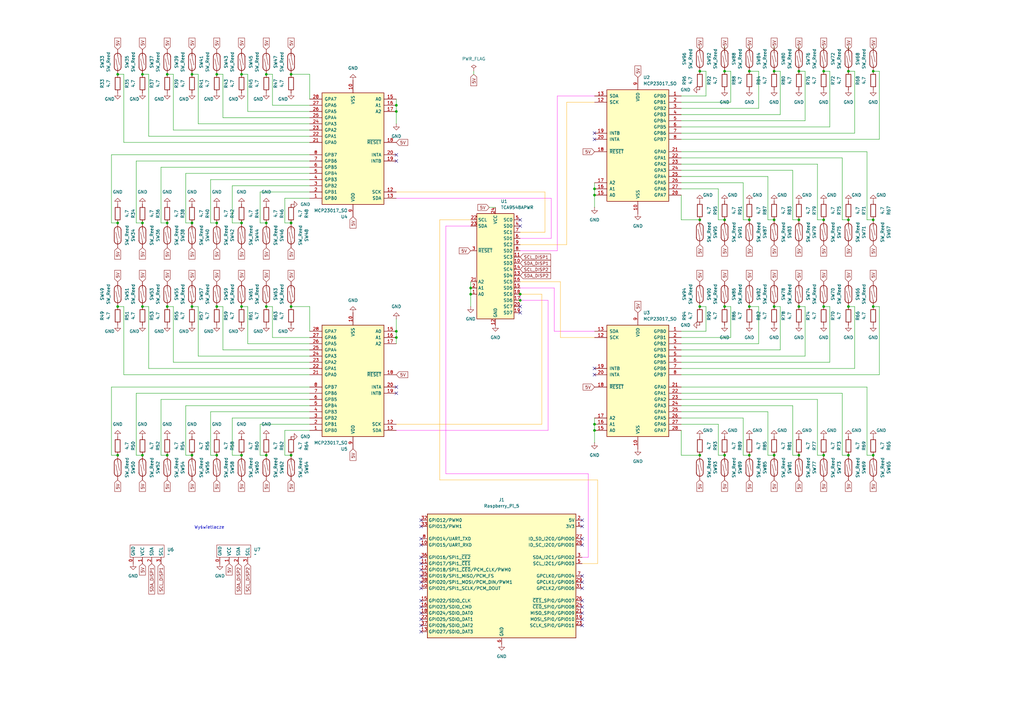
<source format=kicad_sch>
(kicad_sch (version 20231120) (generator "eeschema") (generator_version "8.0")
  (paper "A3")
  (junction (at 347.98 29.21))
  (junction (at 243.84 176.53))
  (junction (at 297.18 125.73))
  (junction (at 99.06 125.73))
  (junction (at 297.18 90.17))
  (junction (at 88.9 91.44))
  (junction (at 327.66 29.21))
  (junction (at 58.42 30.48))
  (junction (at 337.82 90.17))
  (junction (at 193.04 120.65))
  (junction (at 358.14 125.73))
  (junction (at 119.38 186.69))
  (junction (at 307.34 29.21))
  (junction (at 243.84 77.47))
  (junction (at 109.22 125.73))
  (junction (at 347.98 186.69))
  (junction (at 68.58 30.48))
  (junction (at 109.22 186.69))
  (junction (at 88.9 30.48))
  (junction (at 58.42 186.69))
  (junction (at 243.84 173.99))
  (junction (at 358.14 29.21))
  (junction (at 213.36 120.65))
  (junction (at 337.82 186.69))
  (junction (at 78.74 91.44))
  (junction (at 88.9 125.73))
  (junction (at 68.58 125.73))
  (junction (at 48.26 30.48))
  (junction (at 337.82 125.73))
  (junction (at 358.14 90.17))
  (junction (at 119.38 30.48))
  (junction (at 287.02 29.21))
  (junction (at 327.66 125.73))
  (junction (at 68.58 186.69))
  (junction (at 297.18 186.69))
  (junction (at 347.98 90.17))
  (junction (at 337.82 29.21))
  (junction (at 48.26 91.44))
  (junction (at 347.98 125.73))
  (junction (at 317.5 186.69))
  (junction (at 307.34 186.69))
  (junction (at 307.34 90.17))
  (junction (at 78.74 30.48))
  (junction (at 99.06 30.48))
  (junction (at 78.74 186.69))
  (junction (at 68.58 91.44))
  (junction (at 327.66 186.69))
  (junction (at 213.36 123.19))
  (junction (at 307.34 125.73))
  (junction (at 287.02 90.17))
  (junction (at 99.06 91.44))
  (junction (at 162.56 45.72))
  (junction (at 162.56 135.89))
  (junction (at 297.18 29.21))
  (junction (at 317.5 125.73))
  (junction (at 109.22 91.44))
  (junction (at 358.14 186.69))
  (junction (at 317.5 90.17))
  (junction (at 109.22 30.48))
  (junction (at 119.38 125.73))
  (junction (at 99.06 186.69))
  (junction (at 48.26 186.69))
  (junction (at 48.26 125.73))
  (junction (at 193.04 118.11))
  (junction (at 243.84 80.01))
  (junction (at 162.56 43.18))
  (junction (at 78.74 125.73))
  (junction (at 317.5 29.21))
  (junction (at 58.42 125.73))
  (junction (at 287.02 125.73))
  (junction (at 119.38 91.44))
  (junction (at 88.9 186.69))
  (junction (at 327.66 90.17))
  (junction (at 162.56 138.43))
  (junction (at 287.02 186.69))
  (junction (at 58.42 91.44))
  (no_connect (at 213.36 128.27))
  (no_connect (at 213.36 125.73))
  (no_connect (at 238.76 220.98))
  (no_connect (at 162.56 161.29))
  (no_connect (at 172.72 220.98))
  (no_connect (at 238.76 215.9))
  (no_connect (at 238.76 248.92))
  (no_connect (at 162.56 66.04))
  (no_connect (at 172.72 241.3))
  (no_connect (at 243.84 57.15))
  (no_connect (at 162.56 158.75))
  (no_connect (at 238.76 241.3))
  (no_connect (at 238.76 223.52))
  (no_connect (at 238.76 213.36))
  (no_connect (at 213.36 92.71))
  (no_connect (at 172.72 251.46))
  (no_connect (at 172.72 259.08))
  (no_connect (at 172.72 228.6))
  (no_connect (at 238.76 236.22))
  (no_connect (at 172.72 213.36))
  (no_connect (at 172.72 238.76))
  (no_connect (at 238.76 246.38))
  (no_connect (at 238.76 254))
  (no_connect (at 162.56 63.5))
  (no_connect (at 172.72 236.22))
  (no_connect (at 172.72 233.68))
  (no_connect (at 243.84 151.13))
  (no_connect (at 172.72 231.14))
  (no_connect (at 238.76 256.54))
  (no_connect (at 172.72 215.9))
  (no_connect (at 243.84 153.67))
  (no_connect (at 213.36 90.17))
  (no_connect (at 172.72 256.54))
  (no_connect (at 238.76 238.76))
  (no_connect (at 238.76 251.46))
  (no_connect (at 172.72 254))
  (no_connect (at 172.72 246.38))
  (no_connect (at 172.72 248.92))
  (no_connect (at 172.72 223.52))
  (no_connect (at 243.84 54.61))
  (wire (pts (xy 347.98 186.69) (xy 345.44 186.69)))
  (wire (pts (xy 180.34 196.85) (xy 245.11 196.85)) (stroke (width 0) (color 255 179 24 1)))
  (wire (pts (xy 350.52 54.61) (xy 279.4 54.61)))
  (wire (pts (xy 213.36 120.65) (xy 222.25 120.65)) (stroke (width 0) (color 255 179 24 1)))
  (wire (pts (xy 358.14 19.05) (xy 358.14 20.32)))
  (wire (pts (xy 317.5 186.69) (xy 314.96 186.69)))
  (wire (pts (xy 101.6 125.73) (xy 101.6 140.97)))
  (wire (pts (xy 289.56 29.21) (xy 289.56 39.37)))
  (wire (pts (xy 229.87 138.43) (xy 229.87 115.57)) (stroke (width 0) (color 255 179 24 1)))
  (wire (pts (xy 223.52 78.74) (xy 223.52 95.25)) (stroke (width 0) (color 255 179 24 1)))
  (wire (pts (xy 307.34 19.05) (xy 307.34 20.32)))
  (wire (pts (xy 127 125.73) (xy 127 135.89)))
  (wire (pts (xy 340.36 148.59) (xy 279.4 148.59)))
  (wire (pts (xy 180.34 90.17) (xy 180.34 196.85)) (stroke (width 0) (color 255 179 24 1)))
  (wire (pts (xy 340.36 29.21) (xy 337.82 29.21)))
  (wire (pts (xy 55.88 161.29) (xy 127 161.29)))
  (wire (pts (xy 330.2 125.73) (xy 327.66 125.73)))
  (wire (pts (xy 279.4 166.37) (xy 325.12 166.37)))
  (wire (pts (xy 350.52 151.13) (xy 279.4 151.13)))
  (wire (pts (xy 320.04 29.21) (xy 317.5 29.21)))
  (wire (pts (xy 55.88 186.69) (xy 58.42 186.69)))
  (wire (pts (xy 86.36 73.66) (xy 86.36 91.44)))
  (wire (pts (xy 127 50.8) (xy 81.28 50.8)))
  (wire (pts (xy 345.44 186.69) (xy 345.44 161.29)))
  (wire (pts (xy 86.36 168.91) (xy 127 168.91)))
  (wire (pts (xy 86.36 91.44) (xy 88.9 91.44)))
  (wire (pts (xy 66.04 186.69) (xy 68.58 186.69)))
  (wire (pts (xy 95.25 76.2) (xy 95.25 91.44)))
  (wire (pts (xy 194.31 29.21) (xy 194.31 30.48)))
  (wire (pts (xy 106.68 173.99) (xy 127 173.99)))
  (wire (pts (xy 243.84 173.99) (xy 243.84 176.53)))
  (wire (pts (xy 86.36 73.66) (xy 127 73.66)))
  (wire (pts (xy 279.4 161.29) (xy 345.44 161.29)))
  (wire (pts (xy 78.74 30.48) (xy 81.28 30.48)))
  (wire (pts (xy 182.88 194.31) (xy 241.3 194.31)) (stroke (width 0) (color 255 30 238 1)))
  (wire (pts (xy 330.2 49.53) (xy 330.2 29.21)))
  (wire (pts (xy 109.22 125.73) (xy 111.76 125.73)))
  (wire (pts (xy 279.4 163.83) (xy 335.28 163.83)))
  (wire (pts (xy 287.02 29.21) (xy 289.56 29.21)))
  (wire (pts (xy 50.8 125.73) (xy 50.8 153.67)))
  (wire (pts (xy 60.96 30.48) (xy 60.96 55.88)))
  (wire (pts (xy 55.88 91.44) (xy 58.42 91.44)))
  (wire (pts (xy 127 48.26) (xy 91.44 48.26)))
  (wire (pts (xy 162.56 135.89) (xy 162.56 130.81)))
  (wire (pts (xy 68.58 125.73) (xy 71.12 125.73)))
  (wire (pts (xy 327.66 19.05) (xy 327.66 20.32)))
  (wire (pts (xy 127 53.34) (xy 71.12 53.34)))
  (wire (pts (xy 238.76 228.6) (xy 241.3 228.6)) (stroke (width 0) (color 255 30 238 1)))
  (wire (pts (xy 66.04 68.58) (xy 66.04 91.44)))
  (wire (pts (xy 243.84 171.45) (xy 243.84 173.99)))
  (wire (pts (xy 297.18 186.69) (xy 294.64 186.69)))
  (wire (pts (xy 330.2 146.05) (xy 279.4 146.05)))
  (wire (pts (xy 101.6 140.97) (xy 127 140.97)))
  (wire (pts (xy 340.36 52.07) (xy 340.36 29.21)))
  (wire (pts (xy 340.36 52.07) (xy 279.4 52.07)))
  (wire (pts (xy 360.68 153.67) (xy 360.68 125.73)))
  (wire (pts (xy 193.04 92.71) (xy 182.88 92.71)) (stroke (width 0) (color 255 30 238 1)))
  (wire (pts (xy 109.22 186.69) (xy 106.68 186.69)))
  (wire (pts (xy 91.44 125.73) (xy 91.44 143.51)))
  (wire (pts (xy 297.18 90.17) (xy 294.64 90.17)))
  (wire (pts (xy 304.8 74.93) (xy 279.4 74.93)))
  (wire (pts (xy 289.56 125.73) (xy 289.56 135.89)))
  (wire (pts (xy 314.96 90.17) (xy 314.96 72.39)))
  (wire (pts (xy 320.04 46.99) (xy 320.04 29.21)))
  (wire (pts (xy 279.4 168.91) (xy 314.96 168.91)))
  (wire (pts (xy 243.84 176.53) (xy 243.84 181.61)))
  (wire (pts (xy 350.52 54.61) (xy 350.52 29.21)))
  (wire (pts (xy 81.28 30.48) (xy 81.28 50.8)))
  (wire (pts (xy 162.56 45.72) (xy 162.56 50.8)))
  (wire (pts (xy 95.25 91.44) (xy 99.06 91.44)))
  (wire (pts (xy 317.5 90.17) (xy 314.96 90.17)))
  (wire (pts (xy 243.84 80.01) (xy 243.84 85.09)))
  (wire (pts (xy 76.2 71.12) (xy 127 71.12)))
  (wire (pts (xy 320.04 143.51) (xy 279.4 143.51)))
  (wire (pts (xy 106.68 91.44) (xy 106.68 78.74)))
  (wire (pts (xy 325.12 90.17) (xy 325.12 69.85)))
  (wire (pts (xy 111.76 30.48) (xy 111.76 43.18)))
  (wire (pts (xy 360.68 29.21) (xy 358.14 29.21)))
  (wire (pts (xy 243.84 74.93) (xy 243.84 77.47)))
  (wire (pts (xy 299.72 41.91) (xy 279.4 41.91)))
  (wire (pts (xy 55.88 66.04) (xy 55.88 91.44)))
  (wire (pts (xy 279.4 67.31) (xy 335.28 67.31)))
  (wire (pts (xy 224.79 123.19) (xy 213.36 123.19)) (stroke (width 0) (color 255 30 238 1)))
  (wire (pts (xy 213.36 100.33) (xy 232.41 100.33)) (stroke (width 0) (color 255 179 24 1)))
  (wire (pts (xy 304.8 186.69) (xy 304.8 171.45)))
  (wire (pts (xy 95.25 171.45) (xy 127 171.45)))
  (wire (pts (xy 325.12 186.69) (xy 325.12 166.37)))
  (wire (pts (xy 327.66 90.17) (xy 325.12 90.17)))
  (wire (pts (xy 279.4 77.47) (xy 294.64 77.47)))
  (wire (pts (xy 227.33 135.89) (xy 227.33 118.11)) (stroke (width 0) (color 255 30 238 1)))
  (wire (pts (xy 314.96 186.69) (xy 314.96 168.91)))
  (wire (pts (xy 350.52 29.21) (xy 347.98 29.21)))
  (wire (pts (xy 81.28 125.73) (xy 81.28 146.05)))
  (wire (pts (xy 360.68 153.67) (xy 279.4 153.67)))
  (wire (pts (xy 347.98 90.17) (xy 345.44 90.17)))
  (wire (pts (xy 224.79 123.19) (xy 224.79 176.53)) (stroke (width 0) (color 255 30 238 1)))
  (wire (pts (xy 289.56 135.89) (xy 279.4 135.89)))
  (wire (pts (xy 241.3 194.31) (xy 241.3 228.6)) (stroke (width 0) (color 255 30 238 1)))
  (wire (pts (xy 287.02 186.69) (xy 279.4 186.69)))
  (wire (pts (xy 127 153.67) (xy 50.8 153.67)))
  (wire (pts (xy 48.26 30.48) (xy 50.8 30.48)))
  (wire (pts (xy 327.66 186.69) (xy 325.12 186.69)))
  (wire (pts (xy 127 151.13) (xy 60.96 151.13)))
  (wire (pts (xy 127 138.43) (xy 111.76 138.43)))
  (wire (pts (xy 355.6 158.75) (xy 355.6 186.69)))
  (wire (pts (xy 279.4 62.23) (xy 355.6 62.23)))
  (wire (pts (xy 360.68 125.73) (xy 358.14 125.73)))
  (wire (pts (xy 55.88 66.04) (xy 127 66.04)))
  (wire (pts (xy 299.72 125.73) (xy 299.72 138.43)))
  (wire (pts (xy 232.41 41.91) (xy 243.84 41.91)) (stroke (width 0) (color 255 179 24 1)))
  (wire (pts (xy 340.36 148.59) (xy 340.36 125.73)))
  (wire (pts (xy 228.6 39.37) (xy 228.6 102.87)) (stroke (width 0) (color 255 30 238 1)))
  (wire (pts (xy 45.72 186.69) (xy 48.26 186.69)))
  (wire (pts (xy 119.38 91.44) (xy 116.84 91.44)))
  (wire (pts (xy 287.02 90.17) (xy 279.4 90.17)))
  (wire (pts (xy 307.34 90.17) (xy 304.8 90.17)))
  (wire (pts (xy 95.25 171.45) (xy 95.25 186.69)))
  (wire (pts (xy 287.02 19.05) (xy 287.02 20.32)))
  (wire (pts (xy 76.2 91.44) (xy 78.74 91.44)))
  (wire (pts (xy 76.2 186.69) (xy 78.74 186.69)))
  (wire (pts (xy 345.44 90.17) (xy 345.44 64.77)))
  (wire (pts (xy 127 58.42) (xy 50.8 58.42)))
  (wire (pts (xy 86.36 168.91) (xy 86.36 186.69)))
  (wire (pts (xy 48.26 125.73) (xy 50.8 125.73)))
  (wire (pts (xy 335.28 186.69) (xy 335.28 163.83)))
  (wire (pts (xy 101.6 30.48) (xy 101.6 45.72)))
  (wire (pts (xy 45.72 91.44) (xy 48.26 91.44)))
  (wire (pts (xy 76.2 71.12) (xy 76.2 91.44)))
  (wire (pts (xy 297.18 125.73) (xy 299.72 125.73)))
  (wire (pts (xy 76.2 166.37) (xy 76.2 186.69)))
  (wire (pts (xy 60.96 125.73) (xy 60.96 151.13)))
  (wire (pts (xy 162.56 81.28) (xy 226.06 81.28)) (stroke (width 0) (color 255 30 238 1)))
  (wire (pts (xy 193.04 120.65) (xy 193.04 125.73)))
  (wire (pts (xy 347.98 19.05) (xy 347.98 20.32)))
  (wire (pts (xy 223.52 95.25) (xy 213.36 95.25)) (stroke (width 0) (color 255 179 24 1)))
  (wire (pts (xy 45.72 63.5) (xy 45.72 91.44)))
  (wire (pts (xy 311.15 29.21) (xy 307.34 29.21)))
  (wire (pts (xy 279.4 158.75) (xy 355.6 158.75)))
  (wire (pts (xy 162.56 173.99) (xy 222.25 173.99)) (stroke (width 0) (color 255 179 24 1)))
  (wire (pts (xy 299.72 138.43) (xy 279.4 138.43)))
  (wire (pts (xy 307.34 186.69) (xy 304.8 186.69)))
  (wire (pts (xy 311.15 140.97) (xy 279.4 140.97)))
  (wire (pts (xy 222.25 120.65) (xy 222.25 173.99)) (stroke (width 0) (color 255 179 24 1)))
  (wire (pts (xy 45.72 158.75) (xy 127 158.75)))
  (wire (pts (xy 245.11 231.14) (xy 238.76 231.14)) (stroke (width 0) (color 255 179 24 1)))
  (wire (pts (xy 106.68 186.69) (xy 106.68 173.99)))
  (wire (pts (xy 116.84 91.44) (xy 116.84 81.28)))
  (wire (pts (xy 111.76 125.73) (xy 111.76 138.43)))
  (wire (pts (xy 243.84 138.43) (xy 229.87 138.43)) (stroke (width 0) (color 255 179 24 1)))
  (wire (pts (xy 99.06 125.73) (xy 101.6 125.73)))
  (wire (pts (xy 162.56 140.97) (xy 162.56 138.43)))
  (wire (pts (xy 119.38 125.73) (xy 127 125.73)))
  (wire (pts (xy 297.18 19.05) (xy 297.18 20.32)))
  (wire (pts (xy 245.11 196.85) (xy 245.11 231.14)) (stroke (width 0) (color 255 179 24 1)))
  (wire (pts (xy 317.5 19.05) (xy 317.5 20.32)))
  (wire (pts (xy 66.04 68.58) (xy 127 68.58)))
  (wire (pts (xy 320.04 143.51) (xy 320.04 125.73)))
  (wire (pts (xy 350.52 151.13) (xy 350.52 125.73)))
  (wire (pts (xy 330.2 29.21) (xy 327.66 29.21)))
  (wire (pts (xy 106.68 78.74) (xy 127 78.74)))
  (wire (pts (xy 279.4 64.77) (xy 345.44 64.77)))
  (wire (pts (xy 162.56 40.64) (xy 162.56 43.18)))
  (wire (pts (xy 279.4 80.01) (xy 279.4 90.17)))
  (wire (pts (xy 127 143.51) (xy 91.44 143.51)))
  (wire (pts (xy 99.06 30.48) (xy 101.6 30.48)))
  (wire (pts (xy 311.15 44.45) (xy 279.4 44.45)))
  (wire (pts (xy 213.36 115.57) (xy 229.87 115.57)) (stroke (width 0) (color 255 179 24 1)))
  (wire (pts (xy 88.9 30.48) (xy 91.44 30.48)))
  (wire (pts (xy 297.18 29.21) (xy 299.72 29.21)))
  (wire (pts (xy 330.2 146.05) (xy 330.2 125.73)))
  (wire (pts (xy 232.41 100.33) (xy 232.41 41.91)) (stroke (width 0) (color 255 179 24 1)))
  (wire (pts (xy 299.72 29.21) (xy 299.72 41.91)))
  (wire (pts (xy 320.04 46.99) (xy 279.4 46.99)))
  (wire (pts (xy 311.15 44.45) (xy 311.15 29.21)))
  (wire (pts (xy 304.8 90.17) (xy 304.8 74.93)))
  (wire (pts (xy 279.4 173.99) (xy 294.64 173.99)))
  (wire (pts (xy 287.02 125.73) (xy 289.56 125.73)))
  (wire (pts (xy 289.56 39.37) (xy 279.4 39.37)))
  (wire (pts (xy 116.84 81.28) (xy 127 81.28)))
  (wire (pts (xy 101.6 45.72) (xy 127 45.72)))
  (wire (pts (xy 66.04 163.83) (xy 127 163.83)))
  (wire (pts (xy 358.14 90.17) (xy 355.6 90.17)))
  (wire (pts (xy 243.84 77.47) (xy 243.84 80.01)))
  (wire (pts (xy 66.04 91.44) (xy 68.58 91.44)))
  (wire (pts (xy 337.82 19.05) (xy 337.82 20.32)))
  (wire (pts (xy 311.15 140.97) (xy 311.15 125.73)))
  (wire (pts (xy 227.33 118.11) (xy 213.36 118.11)) (stroke (width 0) (color 255 30 238 1)))
  (wire (pts (xy 294.64 90.17) (xy 294.64 77.47)))
  (wire (pts (xy 243.84 135.89) (xy 227.33 135.89)) (stroke (width 0) (color 255 30 238 1)))
  (wire (pts (xy 350.52 125.73) (xy 347.98 125.73)))
  (wire (pts (xy 109.22 91.44) (xy 106.68 91.44)))
  (wire (pts (xy 228.6 102.87) (xy 213.36 102.87)) (stroke (width 0) (color 255 30 238 1)))
  (wire (pts (xy 355.6 90.17) (xy 355.6 62.23)))
  (wire (pts (xy 162.56 176.53) (xy 224.79 176.53)) (stroke (width 0) (color 255 30 238 1)))
  (wire (pts (xy 243.84 39.37) (xy 228.6 39.37)) (stroke (width 0) (color 255 30 238 1)))
  (wire (pts (xy 360.68 57.15) (xy 279.4 57.15)))
  (wire (pts (xy 68.58 30.48) (xy 71.12 30.48)))
  (wire (pts (xy 71.12 125.73) (xy 71.12 148.59)))
  (wire (pts (xy 279.4 69.85) (xy 325.12 69.85)))
  (wire (pts (xy 71.12 30.48) (xy 71.12 53.34)))
  (wire (pts (xy 311.15 125.73) (xy 307.34 125.73)))
  (wire (pts (xy 279.4 176.53) (xy 279.4 186.69)))
  (wire (pts (xy 162.56 138.43) (xy 162.56 135.89)))
  (wire (pts (xy 162.56 78.74) (xy 223.52 78.74)) (stroke (width 0) (color 255 179 24 1)))
  (wire (pts (xy 213.36 97.79) (xy 226.06 97.79)) (stroke (width 0) (color 255 30 238 1)))
  (wire (pts (xy 304.8 171.45) (xy 279.4 171.45)))
  (wire (pts (xy 193.04 115.57) (xy 193.04 118.11)))
  (wire (pts (xy 95.25 76.2) (xy 127 76.2)))
  (wire (pts (xy 200.66 85.09) (xy 203.2 85.09)))
  (wire (pts (xy 127 30.48) (xy 127 40.64)))
  (wire (pts (xy 91.44 30.48) (xy 91.44 48.26)))
  (wire (pts (xy 182.88 92.71) (xy 182.88 194.31)) (stroke (width 0) (color 255 30 238 1)))
  (wire (pts (xy 226.06 81.28) (xy 226.06 97.79)) (stroke (width 0) (color 255 30 238 1)))
  (wire (pts (xy 193.04 118.11) (xy 193.04 120.65)))
  (wire (pts (xy 116.84 186.69) (xy 116.84 176.53)))
  (wire (pts (xy 119.38 186.69) (xy 116.84 186.69)))
  (wire (pts (xy 337.82 90.17) (xy 335.28 90.17)))
  (wire (pts (xy 119.38 30.48) (xy 127 30.48)))
  (wire (pts (xy 109.22 30.48) (xy 111.76 30.48)))
  (wire (pts (xy 294.64 186.69) (xy 294.64 173.99)))
  (wire (pts (xy 58.42 125.73) (xy 60.96 125.73)))
  (wire (pts (xy 335.28 90.17) (xy 335.28 67.31)))
  (wire (pts (xy 355.6 186.69) (xy 358.14 186.69)))
  (wire (pts (xy 360.68 57.15) (xy 360.68 29.21)))
  (wire (pts (xy 66.04 163.83) (xy 66.04 186.69)))
  (wire (pts (xy 88.9 125.73) (xy 91.44 125.73)))
  (wire (pts (xy 340.36 125.73) (xy 337.82 125.73)))
  (wire (pts (xy 86.36 186.69) (xy 88.9 186.69)))
  (wire (pts (xy 127 148.59) (xy 71.12 148.59)))
  (wire (pts (xy 116.84 176.53) (xy 127 176.53)))
  (wire (pts (xy 55.88 161.29) (xy 55.88 186.69)))
  (wire (pts (xy 45.72 63.5) (xy 127 63.5)))
  (wire (pts (xy 50.8 30.48) (xy 50.8 58.42)))
  (wire (pts (xy 320.04 125.73) (xy 317.5 125.73)))
  (wire (pts (xy 193.04 90.17) (xy 180.34 90.17)) (stroke (width 0) (color 255 179 24 1)))
  (wire (pts (xy 279.4 72.39) (xy 314.96 72.39)))
  (wire (pts (xy 76.2 166.37) (xy 127 166.37)))
  (wire (pts (xy 337.82 186.69) (xy 335.28 186.69)))
  (wire (pts (xy 162.56 43.18) (xy 162.56 45.72)))
  (wire (pts (xy 78.74 125.73) (xy 81.28 125.73)))
  (wire (pts (xy 127 55.88) (xy 60.96 55.88)))
  (wire (pts (xy 95.25 186.69) (xy 99.06 186.69)))
  (wire (pts (xy 127 146.05) (xy 81.28 146.05)))
  (wire (pts (xy 213.36 123.19) (xy 213.36 120.65)) (stroke (width 0) (color 255 30 238 1)))
  (wire (pts (xy 45.72 158.75) (xy 45.72 186.69)))
  (wire (pts (xy 127 43.18) (xy 111.76 43.18)))
  (wire (pts (xy 58.42 30.48) (xy 60.96 30.48)))
  (wire (pts (xy 330.2 49.53) (xy 279.4 49.53)))
  (text "Wyświetlacze" (at 85.852 216.408 0) (effects (font (size 1.27 1.27))))
  (global_label "5V" (shape input) (at 109.22 115.57 90) (property "Intersheetrefs" "${INTERSHEET_REFS}" (effects (hide yes))))
  (global_label "5V" (shape input) (at 337.82 196.85 270) (property "Intersheetrefs" "${INTERSHEET_REFS}" (effects (hide yes))))
  (global_label "5V" (shape input) (at 119.38 20.32 90) (property "Intersheetrefs" "${INTERSHEET_REFS}" (effects (hide yes))))
  (global_label "5V" (shape input) (at 337.82 115.57 90) (property "Intersheetrefs" "${INTERSHEET_REFS}" (effects (hide yes))))
  (global_label "5V" (shape input) (at 307.34 20.32 90) (property "Intersheetrefs" "${INTERSHEET_REFS}" (effects (hide yes))))
  (global_label "SDA_DISP1" (shape input) (at 213.36 107.95 0) (property "Intersheetrefs" "${INTERSHEET_REFS}" (effects (hide yes))))
  (global_label "5V" (shape input) (at 243.84 62.23 180) (property "Intersheetrefs" "${INTERSHEET_REFS}" (effects (hide yes))))
  (global_label "5V" (shape input) (at 347.98 115.57 90) (property "Intersheetrefs" "${INTERSHEET_REFS}" (effects (hide yes))))
  (global_label "5V" (shape input) (at 243.84 158.75 180) (property "Intersheetrefs" "${INTERSHEET_REFS}" (effects (hide yes))))
  (global_label "5V" (shape input) (at 109.22 20.32 90) (property "Intersheetrefs" "${INTERSHEET_REFS}" (effects (hide yes))))
  (global_label "5V" (shape input) (at 58.42 20.32 90) (property "Intersheetrefs" "${INTERSHEET_REFS}" (effects (hide yes))))
  (global_label "5V" (shape input) (at 327.66 20.32 90) (property "Intersheetrefs" "${INTERSHEET_REFS}" (effects (hide yes))))
  (global_label "5V" (shape input) (at 78.74 196.85 270) (property "Intersheetrefs" "${INTERSHEET_REFS}" (effects (hide yes))))
  (global_label "5V" (shape input) (at 58.42 115.57 90) (property "Intersheetrefs" "${INTERSHEET_REFS}" (effects (hide yes))))
  (global_label "5V" (shape input) (at 347.98 100.33 270) (property "Intersheetrefs" "${INTERSHEET_REFS}" (effects (hide yes))))
  (global_label "5V" (shape input) (at 78.74 101.6 270) (property "Intersheetrefs" "${INTERSHEET_REFS}" (effects (hide yes))))
  (global_label "5V" (shape input) (at 287.02 100.33 270) (property "Intersheetrefs" "${INTERSHEET_REFS}" (effects (hide yes))))
  (global_label "5V" (shape input) (at 99.06 101.6 270) (property "Intersheetrefs" "${INTERSHEET_REFS}" (effects (hide yes))))
  (global_label "5V" (shape input) (at 327.66 100.33 270) (property "Intersheetrefs" "${INTERSHEET_REFS}" (effects (hide yes))))
  (global_label "5V" (shape input) (at 88.9 101.6 270) (property "Intersheetrefs" "${INTERSHEET_REFS}" (effects (hide yes))))
  (global_label "SCL_DISP1" (shape input) (at 213.36 105.41 0) (property "Intersheetrefs" "${INTERSHEET_REFS}" (effects (hide yes))))
  (global_label "SCL_DISP1" (shape input) (at 66.04 231.14 270) (property "Intersheetrefs" "${INTERSHEET_REFS}" (effects (hide yes))))
  (global_label "5V" (shape input) (at 58.42 231.14 270) (property "Intersheetrefs" "${INTERSHEET_REFS}" (effects (hide yes))))
  (global_label "5V" (shape input) (at 307.34 100.33 270) (property "Intersheetrefs" "${INTERSHEET_REFS}" (effects (hide yes))))
  (global_label "5V" (shape input) (at 119.38 196.85 270) (property "Intersheetrefs" "${INTERSHEET_REFS}" (effects (hide yes))))
  (global_label "5V" (shape input) (at 144.78 88.9 270) (property "Intersheetrefs" "${INTERSHEET_REFS}" (effects (hide yes))))
  (global_label "5V" (shape input) (at 297.18 100.33 270) (property "Intersheetrefs" "${INTERSHEET_REFS}" (effects (hide yes))))
  (global_label "5V" (shape input) (at 358.14 100.33 270) (property "Intersheetrefs" "${INTERSHEET_REFS}" (effects (hide yes))))
  (global_label "5V" (shape input) (at 297.18 196.85 270) (property "Intersheetrefs" "${INTERSHEET_REFS}" (effects (hide yes))))
  (global_label "5V" (shape input) (at 358.14 196.85 270) (property "Intersheetrefs" "${INTERSHEET_REFS}" (effects (hide yes))))
  (global_label "5V" (shape input) (at 99.06 20.32 90) (property "Intersheetrefs" "${INTERSHEET_REFS}" (effects (hide yes))))
  (global_label "5V" (shape input) (at 99.06 196.85 270) (property "Intersheetrefs" "${INTERSHEET_REFS}" (effects (hide yes))))
  (global_label "5V" (shape input) (at 307.34 196.85 270) (property "Intersheetrefs" "${INTERSHEET_REFS}" (effects (hide yes))))
  (global_label "5V" (shape input) (at 48.26 101.6 270) (property "Intersheetrefs" "${INTERSHEET_REFS}" (effects (hide yes))))
  (global_label "5V" (shape input) (at 68.58 20.32 90) (property "Intersheetrefs" "${INTERSHEET_REFS}" (effects (hide yes))))
  (global_label "5V" (shape input) (at 193.04 102.87 180) (property "Intersheetrefs" "${INTERSHEET_REFS}" (effects (hide yes))))
  (global_label "SCL_DISP2" (shape input) (at 101.6 231.14 270) (property "Intersheetrefs" "${INTERSHEET_REFS}" (effects (hide yes))))
  (global_label "5V" (shape input) (at 358.14 115.57 90) (property "Intersheetrefs" "${INTERSHEET_REFS}" (effects (hide yes))))
  (global_label "5V" (shape input) (at 317.5 115.57 90) (property "Intersheetrefs" "${INTERSHEET_REFS}" (effects (hide yes))))
  (global_label "5V" (shape input) (at 358.14 20.32 90) (property "Intersheetrefs" "${INTERSHEET_REFS}" (effects (hide yes))))
  (global_label "5V" (shape input) (at 307.34 115.57 90) (property "Intersheetrefs" "${INTERSHEET_REFS}" (effects (hide yes))))
  (global_label "5V" (shape input) (at 261.62 128.27 90) (property "Intersheetrefs" "${INTERSHEET_REFS}" (effects (hide yes))))
  (global_label "5V" (shape input) (at 287.02 115.57 90) (property "Intersheetrefs" "${INTERSHEET_REFS}" (effects (hide yes))))
  (global_label "5V" (shape input) (at 317.5 100.33 270) (property "Intersheetrefs" "${INTERSHEET_REFS}" (effects (hide yes))))
  (global_label "5V" (shape input) (at 119.38 101.6 270) (property "Intersheetrefs" "${INTERSHEET_REFS}" (effects (hide yes))))
  (global_label "5V" (shape input) (at 48.26 196.85 270) (property "Intersheetrefs" "${INTERSHEET_REFS}" (effects (hide yes))))
  (global_label "5V" (shape input) (at 200.66 85.09 180) (property "Intersheetrefs" "${INTERSHEET_REFS}" (effects (hide yes))))
  (global_label "5V" (shape input) (at 99.06 115.57 90) (property "Intersheetrefs" "${INTERSHEET_REFS}" (effects (hide yes))))
  (global_label "5V" (shape input) (at 347.98 196.85 270) (property "Intersheetrefs" "${INTERSHEET_REFS}" (effects (hide yes))))
  (global_label "5V" (shape input) (at 317.5 20.32 90) (property "Intersheetrefs" "${INTERSHEET_REFS}" (effects (hide yes))))
  (global_label "5V" (shape input) (at 347.98 20.32 90) (property "Intersheetrefs" "${INTERSHEET_REFS}" (effects (hide yes))))
  (global_label "5V" (shape input) (at 287.02 20.32 90) (property "Intersheetrefs" "${INTERSHEET_REFS}" (effects (hide yes))))
  (global_label "5V" (shape input) (at 287.02 196.85 270) (property "Intersheetrefs" "${INTERSHEET_REFS}" (effects (hide yes))))
  (global_label "5V" (shape input) (at 88.9 20.32 90) (property "Intersheetrefs" "${INTERSHEET_REFS}" (effects (hide yes))))
  (global_label "5V" (shape input) (at 317.5 196.85 270) (property "Intersheetrefs" "${INTERSHEET_REFS}" (effects (hide yes))))
  (global_label "5V" (shape input) (at 162.56 58.42 0) (property "Intersheetrefs" "${INTERSHEET_REFS}" (effects (hide yes))))
  (global_label "5V" (shape input) (at 58.42 101.6 270) (property "Intersheetrefs" "${INTERSHEET_REFS}" (effects (hide yes))))
  (global_label "5V" (shape input) (at 337.82 20.32 90) (property "Intersheetrefs" "${INTERSHEET_REFS}" (effects (hide yes))))
  (global_label "5V" (shape input) (at 297.18 20.32 90) (property "Intersheetrefs" "${INTERSHEET_REFS}" (effects (hide yes))))
  (global_label "SDA_DISP2" (shape input) (at 97.79 231.14 270) (property "Intersheetrefs" "${INTERSHEET_REFS}" (effects (hide yes))))
  (global_label "5V" (shape input) (at 88.9 196.85 270) (property "Intersheetrefs" "${INTERSHEET_REFS}" (effects (hide yes))))
  (global_label "SCL_DISP2" (shape input) (at 213.36 110.49 0) (property "Intersheetrefs" "${INTERSHEET_REFS}" (effects (hide yes))))
  (global_label "SDA_DISP2" (shape input) (at 213.36 113.03 0) (property "Intersheetrefs" "${INTERSHEET_REFS}" (effects (hide yes))))
  (global_label "5V" (shape input) (at 261.62 31.75 90) (property "Intersheetrefs" "${INTERSHEET_REFS}" (effects (hide yes))))
  (global_label "5V" (shape input) (at 109.22 196.85 270) (property "Intersheetrefs" "${INTERSHEET_REFS}" (effects (hide yes))))
  (global_label "5V" (shape input) (at 194.31 30.48 270) (property "Intersheetrefs" "${INTERSHEET_REFS}" (effects (hide yes))))
  (global_label "5V" (shape input) (at 88.9 115.57 90) (property "Intersheetrefs" "${INTERSHEET_REFS}" (effects (hide yes))))
  (global_label "5V" (shape input) (at 109.22 101.6 270) (property "Intersheetrefs" "${INTERSHEET_REFS}" (effects (hide yes))))
  (global_label "5V" (shape input) (at 93.98 231.14 270) (property "Intersheetrefs" "${INTERSHEET_REFS}" (effects (hide yes))))
  (global_label "5V" (shape input) (at 144.78 184.15 270) (property "Intersheetrefs" "${INTERSHEET_REFS}" (effects (hide yes))))
  (global_label "5V" (shape input) (at 327.66 115.57 90) (property "Intersheetrefs" "${INTERSHEET_REFS}" (effects (hide yes))))
  (global_label "5V" (shape input) (at 327.66 196.85 270) (property "Intersheetrefs" "${INTERSHEET_REFS}" (effects (hide yes))))
  (global_label "5V" (shape input) (at 68.58 196.85 270) (property "Intersheetrefs" "${INTERSHEET_REFS}" (effects (hide yes))))
  (global_label "5V" (shape input) (at 119.38 115.57 90) (property "Intersheetrefs" "${INTERSHEET_REFS}" (effects (hide yes))))
  (global_label "5V" (shape input) (at 48.26 20.32 90) (property "Intersheetrefs" "${INTERSHEET_REFS}" (effects (hide yes))))
  (global_label "5V" (shape input) (at 48.26 115.57 90) (property "Intersheetrefs" "${INTERSHEET_REFS}" (effects (hide yes))))
  (global_label "5V" (shape input) (at 297.18 115.57 90) (property "Intersheetrefs" "${INTERSHEET_REFS}" (effects (hide yes))))
  (global_label "5V" (shape input) (at 78.74 115.57 90) (property "Intersheetrefs" "${INTERSHEET_REFS}" (effects (hide yes))))
  (global_label "5V" (shape input) (at 68.58 101.6 270) (property "Intersheetrefs" "${INTERSHEET_REFS}" (effects (hide yes))))
  (global_label "SDA_DISP1" (shape input) (at 62.23 231.14 270) (property "Intersheetrefs" "${INTERSHEET_REFS}" (effects (hide yes))))
  (global_label "5V" (shape input) (at 68.58 115.57 90) (property "Intersheetrefs" "${INTERSHEET_REFS}" (effects (hide yes))))
  (global_label "5V" (shape input) (at 78.74 20.32 90) (property "Intersheetrefs" "${INTERSHEET_REFS}" (effects (hide yes))))
  (global_label "5V" (shape input) (at 162.56 153.67 0) (property "Intersheetrefs" "${INTERSHEET_REFS}" (effects (hide yes))))
  (global_label "5V" (shape input) (at 58.42 196.85 270) (property "Intersheetrefs" "${INTERSHEET_REFS}" (effects (hide yes))))
  (global_label "5V" (shape input) (at 337.82 100.33 270) (property "Intersheetrefs" "${INTERSHEET_REFS}" (effects (hide yes))))
  (symbol (lib_id "Switch:SW_Reed") (at 317.5 24.13 90) (unit 1)
    (property "Reference" "SW84" (at 311.15 24.13 0))
    (property "Value" "SW_Reed" (at 313.69 24.13 0))
    (property "Description" "reed switch" (effects (hide yes)))
  )
  (symbol (lib_id "power:GND") (at 58.42 38.1 0) (unit 1)
    (property "Reference" "#PWR030" (effects (hide yes)))
    (property "Value" "GND" (at 55.118 40.64 0))
    (property "Description" "Power symbol creates a global label with name \"GND\" , ground" (effects (hide yes)))
  )
  (symbol (lib_id "Device:R") (at 48.26 182.88 0) (unit 1)
    (property "Reference" "R50" (at 54.61 182.88 90))
    (property "Value" "4.7" (at 52.07 182.88 90))
    (property "Description" "Resistor" (effects (hide yes)))
  )
  (symbol (lib_id "Interface_Expansion:TCA9548APWR") (at 203.2 107.95 0) (unit 1)
    (property "Reference" "U1" (at 205.3941 82.55 0) (effects (justify left)))
    (property "Value" "TCA9548APWR" (at 205.3941 85.09 0) (effects (justify left)))
    (property "Footprint" "Package_SO:TSSOP-24_4.4x7.8mm_P0.65mm" (effects (hide yes)))
    (property "Datasheet" "http://www.ti.com/lit/ds/symlink/tca9548a.pdf" (effects (hide yes)))
    (property "Description" "Low voltage 8-channel I2C switch with reset, TSSOP-24" (effects (hide yes)))
  )
  (symbol (lib_id "Switch:SW_Reed") (at 68.58 191.77 270) (unit 1)
    (property "Reference" "SW54" (at 74.93 191.77 0))
    (property "Value" "SW_Reed" (at 72.39 191.77 0))
    (property "Description" "reed switch" (effects (hide yes)))
  )
  (symbol (lib_id "Switch:SW_Reed") (at 78.74 25.4 90) (unit 1)
    (property "Reference" "SW39" (at 72.39 25.4 0))
    (property "Value" "SW_Reed" (at 74.93 25.4 0))
    (property "Description" "reed switch" (effects (hide yes)))
  )
  (symbol (lib_id "Device:R") (at 99.06 129.54 180) (unit 1)
    (property "Reference" "R59" (at 92.71 129.54 90))
    (property "Value" "4.7" (at 95.25 129.54 90))
    (property "Description" "Resistor" (effects (hide yes)))
  )
  (symbol (lib_id "power:GND") (at 119.38 38.1 0) (unit 1)
    (property "Reference" "#PWR042" (effects (hide yes)))
    (property "Value" "GND" (at 116.078 40.64 0))
    (property "Description" "Power symbol creates a global label with name \"GND\" , ground" (effects (hide yes)))
  )
  (symbol (lib_id "Switch:SW_Reed") (at 327.66 24.13 90) (unit 1)
    (property "Reference" "SW80" (at 321.31 24.13 0))
    (property "Value" "SW_Reed" (at 323.85 24.13 0))
    (property "Description" "reed switch" (effects (hide yes)))
  )
  (symbol (lib_id "Device:R") (at 337.82 33.02 180) (unit 1)
    (property "Reference" "R76" (at 331.47 33.02 90))
    (property "Value" "4.7" (at 334.01 33.02 90))
    (property "Description" "Resistor" (effects (hide yes)))
  )
  (symbol (lib_id "Device:R") (at 317.5 182.88 0) (unit 1)
    (property "Reference" "R81" (at 323.85 182.88 90))
    (property "Value" "4.7" (at 321.31 182.88 90))
    (property "Description" "Resistor" (effects (hide yes)))
  )
  (symbol (lib_id "power:GND") (at 347.98 36.83 0) (unit 1)
    (property "Reference" "#PWR049" (effects (hide yes)))
    (property "Value" "GND" (at 347.98 41.91 0))
    (property "Description" "Power symbol creates a global label with name \"GND\" , ground" (effects (hide yes)))
  )
  (symbol (lib_id "Switch:SW_Reed") (at 58.42 191.77 270) (unit 1)
    (property "Reference" "SW52" (at 64.77 191.77 0))
    (property "Value" "SW_Reed" (at 62.23 191.77 0))
    (property "Description" "reed switch" (effects (hide yes)))
  )
  (symbol (lib_id "Device:R") (at 109.22 34.29 180) (unit 1)
    (property "Reference" "R45" (at 102.87 34.29 90))
    (property "Value" "4.7" (at 105.41 34.29 90))
    (property "Description" "Resistor" (effects (hide yes)))
  )
  (symbol (lib_id "Switch:SW_Reed") (at 88.9 96.52 270) (unit 1)
    (property "Reference" "SW42" (at 95.25 96.52 0))
    (property "Value" "SW_Reed" (at 92.71 96.52 0))
    (property "Description" "reed switch" (effects (hide yes)))
  )
  (symbol (lib_id "power:GND") (at 119.38 83.82 90) (unit 1)
    (property "Reference" "#PWR043" (effects (hide yes)))
    (property "Value" "GND" (at 123.19 83.8199 90) (effects (justify right)))
    (property "Description" "Power symbol creates a global label with name \"GND\" , ground" (effects (hide yes)))
  )
  (symbol (lib_id "power:GND") (at 327.66 179.07 180) (unit 1)
    (property "Reference" "#PWR054" (effects (hide yes)))
    (property "Value" "GND" (at 330.962 176.53 0))
    (property "Description" "Power symbol creates a global label with name \"GND\" , ground" (effects (hide yes)))
  )
  (symbol (lib_id "Device:R") (at 297.18 182.88 0) (unit 1)
    (property "Reference" "R89" (at 303.53 182.88 90))
    (property "Value" "4.7" (at 300.99 182.88 90))
    (property "Description" "Resistor" (effects (hide yes)))
  )
  (symbol (lib_id "Device:R") (at 78.74 34.29 180) (unit 1)
    (property "Reference" "R39" (at 72.39 34.29 90))
    (property "Value" "4.7" (at 74.93 34.29 90))
    (property "Description" "Resistor" (effects (hide yes)))
  )
  (symbol (lib_id "Device:R") (at 119.38 87.63 0) (unit 1)
    (property "Reference" "R48" (at 125.73 87.63 90))
    (property "Value" "4.7" (at 123.19 87.63 90))
    (property "Description" "Resistor" (effects (hide yes)))
  )
  (symbol (lib_id "Device:R") (at 68.58 87.63 0) (unit 1)
    (property "Reference" "R38" (at 74.93 87.63 90))
    (property "Value" "4.7" (at 72.39 87.63 90))
    (property "Description" "Resistor" (effects (hide yes)))
  )
  (symbol (lib_id "power:GND") (at 243.84 85.09 0) (unit 1)
    (property "Reference" "#PWR011" (effects (hide yes)))
    (property "Value" "GND" (at 243.84 90.17 0))
    (property "Description" "Power symbol creates a global label with name \"GND\" , ground" (effects (hide yes)))
  )
  (symbol (lib_id "power:GND") (at 261.62 87.63 0) (unit 1)
    (property "Reference" "#PWR04" (effects (hide yes)))
    (property "Value" "GND" (at 261.62 92.71 0))
    (property "Description" "Power symbol creates a global label with name \"GND\" , ground" (effects (hide yes)))
  )
  (symbol (lib_id "power:GND") (at 109.22 179.07 180) (unit 1)
    (property "Reference" "#PWR021" (effects (hide yes)))
    (property "Value" "GND" (at 109.22 173.99 0))
    (property "Description" "Power symbol creates a global label with name \"GND\" , ground" (effects (hide yes)))
  )
  (symbol (lib_id "power:GND") (at 287.02 179.07 180) (unit 1)
    (property "Reference" "#PWR070" (effects (hide yes)))
    (property "Value" "GND" (at 290.322 176.53 0))
    (property "Description" "Power symbol creates a global label with name \"GND\" , ground" (effects (hide yes)))
  )
  (symbol (lib_id "Switch:SW_Reed") (at 78.74 191.77 270) (unit 1)
    (property "Reference" "SW56" (at 85.09 191.77 0))
    (property "Value" "SW_Reed" (at 82.55 191.77 0))
    (property "Description" "reed switch" (effects (hide yes)))
  )
  (symbol (lib_id "power:GND") (at 144.78 33.02 180) (unit 1)
    (property "Reference" "#PWR09" (effects (hide yes)))
    (property "Value" "GND" (at 144.78 27.94 0))
    (property "Description" "Power symbol creates a global label with name \"GND\" , ground" (effects (hide yes)))
  )
  (symbol (lib_id "power:GND") (at 287.02 82.55 180) (unit 1)
    (property "Reference" "#PWR072" (effects (hide yes)))
    (property "Value" "GND" (at 290.322 80.01 0))
    (property "Description" "Power symbol creates a global label with name \"GND\" , ground" (effects (hide yes)))
  )
  (symbol (lib_id "Device:R") (at 347.98 33.02 180) (unit 1)
    (property "Reference" "R72" (at 341.63 33.02 90))
    (property "Value" "4.7" (at 344.17 33.02 90))
    (property "Description" "Resistor" (effects (hide yes)))
  )
  (symbol (lib_id "Device:R") (at 327.66 33.02 180) (unit 1)
    (property "Reference" "R80" (at 321.31 33.02 90))
    (property "Value" "4.7" (at 323.85 33.02 90))
    (property "Description" "Resistor" (effects (hide yes)))
  )
  (symbol (lib_id "Switch:SW_Reed") (at 287.02 191.77 270) (unit 1)
    (property "Reference" "SW93" (at 293.37 191.77 0))
    (property "Value" "SW_Reed" (at 290.83 191.77 0))
    (property "Description" "reed switch" (effects (hide yes)))
  )
  (symbol (lib_id "power:GND") (at 99.06 179.07 180) (unit 1)
    (property "Reference" "#PWR020" (effects (hide yes)))
    (property "Value" "GND" (at 99.06 173.99 0))
    (property "Description" "Power symbol creates a global label with name \"GND\" , ground" (effects (hide yes)))
  )
  (symbol (lib_id "power:GND") (at 109.22 83.82 180) (unit 1)
    (property "Reference" "#PWR041" (effects (hide yes)))
    (property "Value" "GND" (at 109.22 78.74 0))
    (property "Description" "Power symbol creates a global label with name \"GND\" , ground" (effects (hide yes)))
  )
  (symbol (lib_id "power:GND") (at 99.06 38.1 0) (unit 1)
    (property "Reference" "#PWR038" (effects (hide yes)))
    (property "Value" "GND" (at 95.758 40.64 0))
    (property "Description" "Power symbol creates a global label with name \"GND\" , ground" (effects (hide yes)))
  )
  (symbol (lib_id "Device:R") (at 327.66 86.36 0) (unit 1)
    (property "Reference" "R79" (at 334.01 86.36 90))
    (property "Value" "4.7" (at 331.47 86.36 90))
    (property "Description" "Resistor" (effects (hide yes)))
  )
  (symbol (lib_id "Switch:SW_Reed") (at 48.26 120.65 90) (unit 1)
    (property "Reference" "SW49" (at 41.91 120.65 0))
    (property "Value" "SW_Reed" (at 44.45 120.65 0))
    (property "Description" "reed switch" (effects (hide yes)))
  )
  (symbol (lib_id "Switch:SW_Reed") (at 358.14 120.65 90) (unit 1)
    (property "Reference" "SW66" (at 351.79 120.65 0))
    (property "Value" "SW_Reed" (at 354.33 120.65 0))
    (property "Description" "reed switch" (effects (hide yes)))
  )
  (symbol (lib_id "Device:R") (at 307.34 86.36 0) (unit 1)
    (property "Reference" "R87" (at 313.69 86.36 90))
    (property "Value" "4.7" (at 311.15 86.36 90))
    (property "Description" "Resistor" (effects (hide yes)))
  )
  (symbol (lib_id "power:GND") (at 358.14 36.83 0) (unit 1)
    (property "Reference" "#PWR045" (effects (hide yes)))
    (property "Value" "GND" (at 358.14 41.91 0))
    (property "Description" "Power symbol creates a global label with name \"GND\" , ground" (effects (hide yes)))
  )
  (symbol (lib_id "Device:R") (at 68.58 129.54 180) (unit 1)
    (property "Reference" "R53" (at 62.23 129.54 90))
    (property "Value" "4.7" (at 64.77 129.54 90))
    (property "Description" "Resistor" (effects (hide yes)))
  )
  (symbol (lib_id "power:GND") (at 317.5 36.83 0) (unit 1)
    (property "Reference" "#PWR061" (effects (hide yes)))
    (property "Value" "GND" (at 317.5 41.91 0))
    (property "Description" "Power symbol creates a global label with name \"GND\" , ground" (effects (hide yes)))
  )
  (symbol (lib_id "power:GND") (at 358.14 82.55 180) (unit 1)
    (property "Reference" "#PWR074" (effects (hide yes)))
    (property "Value" "GND" (at 361.442 80.01 0))
    (property "Description" "Power symbol creates a global label with name \"GND\" , ground" (effects (hide yes)))
  )
  (symbol (lib_id "power:GND") (at 68.58 179.07 180) (unit 1)
    (property "Reference" "#PWR017" (effects (hide yes)))
    (property "Value" "GND" (at 68.58 173.99 0))
    (property "Description" "Power symbol creates a global label with name \"GND\" , ground" (effects (hide yes)))
  )
  (symbol (lib_id "power:GND") (at 119.38 179.07 90) (unit 1)
    (property "Reference" "#PWR022" (effects (hide yes)))
    (property "Value" "GND" (at 123.19 179.0699 90) (effects (justify right)))
    (property "Description" "Power symbol creates a global label with name \"GND\" , ground" (effects (hide yes)))
  )
  (symbol (lib_id "power:GND") (at 99.06 83.82 180) (unit 1)
    (property "Reference" "#PWR039" (effects (hide yes)))
    (property "Value" "GND" (at 99.06 78.74 0))
    (property "Description" "Power symbol creates a global label with name \"GND\" , ground" (effects (hide yes)))
  )
  (symbol (lib_id "Switch:SW_Reed") (at 287.02 24.13 90) (unit 1)
    (property "Reference" "SW96" (at 280.67 24.13 0))
    (property "Value" "SW_Reed" (at 283.21 24.13 0))
    (property "Description" "reed switch" (effects (hide yes)))
  )
  (symbol (lib_id "Interface_Expansion:MCP23017_SO") (at 261.62 156.21 0) (unit 1)
    (property "Reference" "U3" (at 263.8141 128.27 0) (effects (justify left)))
    (property "Value" "MCP23017_SO" (at 263.8141 130.81 0) (effects (justify left)))
    (property "Footprint" "Package_SO:SOIC-28W_7.5x17.9mm_P1.27mm" (effects (hide yes)))
    (property "Datasheet" "https://ww1.microchip.com/downloads/aemDocuments/documents/APID/ProductDocuments/DataSheets/MCP23017-Data-Sheet-DS20001952.pdf" (effects (hide yes)))
    (property "Description" "16-bit I/O expander, I2C, interrupts, w pull-ups, GPA/B7 output only (https://microchip.my.site.com/s/article/GPA7---GPB7-Cannot-Be-Used-as-Inputs-In-MCP23017),  SOIC-28" (effects (hide yes)))
  )
  (symbol (lib_id "power:GND") (at 347.98 179.07 180) (unit 1)
    (property "Reference" "#PWR046" (effects (hide yes)))
    (property "Value" "GND" (at 351.282 176.53 0))
    (property "Description" "Power symbol creates a global label with name \"GND\" , ground" (effects (hide yes)))
  )
  (symbol (lib_id "Switch:SW_Reed") (at 58.42 120.65 90) (unit 1)
    (property "Reference" "SW51" (at 52.07 120.65 0))
    (property "Value" "SW_Reed" (at 54.61 120.65 0))
    (property "Description" "reed switch" (effects (hide yes)))
  )
  (symbol (lib_id "Device:R") (at 58.42 129.54 180) (unit 1)
    (property "Reference" "R51" (at 52.07 129.54 90))
    (property "Value" "4.7" (at 54.61 129.54 90))
    (property "Description" "Resistor" (effects (hide yes)))
  )
  (symbol (lib_id "power:GND") (at 78.74 179.07 180) (unit 1)
    (property "Reference" "#PWR018" (effects (hide yes)))
    (property "Value" "GND" (at 78.74 173.99 0))
    (property "Description" "Power symbol creates a global label with name \"GND\" , ground" (effects (hide yes)))
  )
  (symbol (lib_id "Switch:SW_Reed") (at 307.34 95.25 270) (unit 1)
    (property "Reference" "SW87" (at 313.69 95.25 0))
    (property "Value" "SW_Reed" (at 311.15 95.25 0))
    (property "Description" "reed switch" (effects (hide yes)))
  )
  (symbol (lib_id "Device:R") (at 327.66 182.88 0) (unit 1)
    (property "Reference" "R77" (at 334.01 182.88 90))
    (property "Value" "4.7" (at 331.47 182.88 90))
    (property "Description" "Resistor" (effects (hide yes)))
  )
  (symbol (lib_id "Switch:SW_Reed") (at 109.22 96.52 270) (unit 1)
    (property "Reference" "SW46" (at 115.57 96.52 0))
    (property "Value" "SW_Reed" (at 113.03 96.52 0))
    (property "Description" "reed switch" (effects (hide yes)))
  )
  (symbol (lib_id "Device:R") (at 337.82 129.54 180) (unit 1)
    (property "Reference" "R74" (at 331.47 129.54 90))
    (property "Value" "4.7" (at 334.01 129.54 90))
    (property "Description" "Resistor" (effects (hide yes)))
  )
  (symbol (lib_id "power:GND") (at 88.9 133.35 0) (unit 1)
    (property "Reference" "#PWR025" (effects (hide yes)))
    (property "Value" "GND" (at 85.598 135.89 0))
    (property "Description" "Power symbol creates a global label with name \"GND\" , ground" (effects (hide yes)))
  )
  (symbol (lib_id "power:GND") (at 337.82 133.35 0) (unit 1)
    (property "Reference" "#PWR051" (effects (hide yes)))
    (property "Value" "GND" (at 337.82 138.43 0))
    (property "Description" "Power symbol creates a global label with name \"GND\" , ground" (effects (hide yes)))
  )
  (symbol (lib_id "Device:R") (at 99.06 34.29 180) (unit 1)
    (property "Reference" "R43" (at 92.71 34.29 90))
    (property "Value" "4.7" (at 95.25 34.29 90))
    (property "Description" "Resistor" (effects (hide yes)))
  )
  (symbol (lib_id "Switch:SW_Reed") (at 48.26 25.4 90) (unit 1)
    (property "Reference" "SW33" (at 41.91 25.4 0))
    (property "Value" "SW_Reed" (at 44.45 25.4 0))
    (property "Description" "reed switch" (effects (hide yes)))
  )
  (symbol (lib_id "Switch:SW_Reed") (at 317.5 120.65 90) (unit 1)
    (property "Reference" "SW82" (at 311.15 120.65 0))
    (property "Value" "SW_Reed" (at 313.69 120.65 0))
    (property "Description" "reed switch" (effects (hide yes)))
  )
  (symbol (lib_id "Device:R") (at 119.38 129.54 180) (unit 1)
    (property "Reference" "R63" (at 113.03 129.54 90))
    (property "Value" "4.7" (at 115.57 129.54 90))
    (property "Description" "Resistor" (effects (hide yes)))
  )
  (symbol (lib_id "power:GND") (at 68.58 83.82 180) (unit 1)
    (property "Reference" "#PWR033" (effects (hide yes)))
    (property "Value" "GND" (at 68.58 78.74 0))
    (property "Description" "Power symbol creates a global label with name \"GND\" , ground" (effects (hide yes)))
  )
  (symbol (lib_id "Interface_Expansion:MCP23017_SO") (at 144.78 60.96 180) (unit 1)
    (property "Reference" "U4" (at 142.5859 88.9 0) (effects (justify left)))
    (property "Value" "MCP23017_SO" (at 142.5859 86.36 0) (effects (justify left)))
    (property "Footprint" "Package_SO:SOIC-28W_7.5x17.9mm_P1.27mm" (effects (hide yes)))
    (property "Datasheet" "https://ww1.microchip.com/downloads/aemDocuments/documents/APID/ProductDocuments/DataSheets/MCP23017-Data-Sheet-DS20001952.pdf" (effects (hide yes)))
    (property "Description" "16-bit I/O expander, I2C, interrupts, w pull-ups, GPA/B7 output only (https://microchip.my.site.com/s/article/GPA7---GPB7-Cannot-Be-Used-as-Inputs-In-MCP23017),  SOIC-28" (effects (hide yes)))
  )
  (symbol (lib_id "power:GND") (at 327.66 36.83 0) (unit 1)
    (property "Reference" "#PWR057" (effects (hide yes)))
    (property "Value" "GND" (at 327.66 41.91 0))
    (property "Description" "Power symbol creates a global label with name \"GND\" , ground" (effects (hide yes)))
  )
  (symbol (lib_id "power:GND") (at 317.5 179.07 180) (unit 1)
    (property "Reference" "#PWR058" (effects (hide yes)))
    (property "Value" "GND" (at 320.802 176.53 0))
    (property "Description" "Power symbol creates a global label with name \"GND\" , ground" (effects (hide yes)))
  )
  (symbol (lib_id "power:GND") (at 287.02 36.83 270) (unit 1)
    (property "Reference" "#PWR073" (effects (hide yes)))
    (property "Value" "GND" (at 283.21 36.8301 90) (effects (justify right)))
    (property "Description" "Power symbol creates a global label with name \"GND\" , ground" (effects (hide yes)))
  )
  (symbol (lib_id "Switch:SW_Reed") (at 327.66 120.65 90) (unit 1)
    (property "Reference" "SW78" (at 321.31 120.65 0))
    (property "Value" "SW_Reed" (at 323.85 120.65 0))
    (property "Description" "reed switch" (effects (hide yes)))
  )
  (symbol (lib_id "Switch:SW_Reed") (at 99.06 120.65 90) (unit 1)
    (property "Reference" "SW59" (at 92.71 120.65 0))
    (property "Value" "SW_Reed" (at 95.25 120.65 0))
    (property "Description" "reed switch" (effects (hide yes)))
  )
  (symbol (lib_id "power:GND") (at 337.82 82.55 180) (unit 1)
    (property "Reference" "#PWR052" (effects (hide yes)))
    (property "Value" "GND" (at 341.122 80.01 0))
    (property "Description" "Power symbol creates a global label with name \"GND\" , ground" (effects (hide yes)))
  )
  (symbol (lib_id "Interface_Expansion:MCP23017_SO") (at 144.78 156.21 180) (unit 1)
    (property "Reference" "U5" (at 142.5859 184.15 0) (effects (justify left)))
    (property "Value" "MCP23017_SO" (at 142.5859 181.61 0) (effects (justify left)))
    (property "Footprint" "Package_SO:SOIC-28W_7.5x17.9mm_P1.27mm" (effects (hide yes)))
    (property "Datasheet" "https://ww1.microchip.com/downloads/aemDocuments/documents/APID/ProductDocuments/DataSheets/MCP23017-Data-Sheet-DS20001952.pdf" (effects (hide yes)))
    (property "Description" "16-bit I/O expander, I2C, interrupts, w pull-ups, GPA/B7 output only (https://microchip.my.site.com/s/article/GPA7---GPB7-Cannot-Be-Used-as-Inputs-In-MCP23017),  SOIC-28" (effects (hide yes)))
  )
  (symbol (lib_id "Switch:SW_Reed") (at 347.98 120.65 90) (unit 1)
    (property "Reference" "SW70" (at 341.63 120.65 0))
    (property "Value" "SW_Reed" (at 344.17 120.65 0))
    (property "Description" "reed switch" (effects (hide yes)))
  )
  (symbol (lib_id "power:GND") (at 68.58 38.1 0) (unit 1)
    (property "Reference" "#PWR032" (effects (hide yes)))
    (property "Value" "GND" (at 65.278 40.64 0))
    (property "Description" "Power symbol creates a global label with name \"GND\" , ground" (effects (hide yes)))
  )
  (symbol (lib_id "Switch:SW_Reed") (at 119.38 191.77 270) (unit 1)
    (property "Reference" "SW64" (at 125.73 191.77 0))
    (property "Value" "SW_Reed" (at 123.19 191.77 0))
    (property "Description" "reed switch" (effects (hide yes)))
  )
  (symbol (lib_id "power:GND") (at 58.42 179.07 180) (unit 1)
    (property "Reference" "#PWR016" (effects (hide yes)))
    (property "Value" "GND" (at 58.42 173.99 0))
    (property "Description" "Power symbol creates a global label with name \"GND\" , ground" (effects (hide yes)))
  )
  (symbol (lib_id "Switch:SW_Reed") (at 68.58 25.4 90) (unit 1)
    (property "Reference" "SW37" (at 62.23 25.4 0))
    (property "Value" "SW_Reed" (at 64.77 25.4 0))
    (property "Description" "reed switch" (effects (hide yes)))
  )
  (symbol (lib_id "Device:R") (at 58.42 182.88 0) (unit 1)
    (property "Reference" "R52" (at 64.77 182.88 90))
    (property "Value" "4.7" (at 62.23 182.88 90))
    (property "Description" "Resistor" (effects (hide yes)))
  )
  (symbol (lib_id "Device:R") (at 307.34 129.54 180) (unit 1)
    (property "Reference" "R86" (at 300.99 129.54 90))
    (property "Value" "4.7" (at 303.53 129.54 90))
    (property "Description" "Resistor" (effects (hide yes)))
  )
  (symbol (lib_id "ssd1306:OLED-SSD1306") (at 60.96 226.06 0) (unit 1)
    (property "Reference" "U6" (at 68.58 225.4249 0) (effects (justify left)))
    (property "Value" "~" (at 68.58 227.33 0) (effects (justify left)))
  )
  (symbol (lib_id "Switch:SW_Reed") (at 327.66 191.77 270) (unit 1)
    (property "Reference" "SW77" (at 334.01 191.77 0))
    (property "Value" "SW_Reed" (at 331.47 191.77 0))
    (property "Description" "reed switch" (effects (hide yes)))
  )
  (symbol (lib_id "Device:R") (at 327.66 129.54 180) (unit 1)
    (property "Reference" "R78" (at 321.31 129.54 90))
    (property "Value" "4.7" (at 323.85 129.54 90))
    (property "Description" "Resistor" (effects (hide yes)))
  )
  (symbol (lib_id "Switch:SW_Reed") (at 68.58 96.52 270) (unit 1)
    (property "Reference" "SW38" (at 74.93 96.52 0))
    (property "Value" "SW_Reed" (at 72.39 96.52 0))
    (property "Description" "reed switch" (effects (hide yes)))
  )
  (symbol (lib_id "Switch:SW_Reed") (at 358.14 95.25 270) (unit 1)
    (property "Reference" "SW67" (at 364.49 95.25 0))
    (property "Value" "SW_Reed" (at 361.95 95.25 0))
    (property "Description" "reed switch" (effects (hide yes)))
  )
  (symbol (lib_id "Device:R") (at 358.14 33.02 180) (unit 1)
    (property "Reference" "R68" (at 351.79 33.02 90))
    (property "Value" "4.7" (at 354.33 33.02 90))
    (property "Description" "Resistor" (effects (hide yes)))
  )
  (symbol (lib_id "Device:R") (at 307.34 33.02 180) (unit 1)
    (property "Reference" "R88" (at 300.99 33.02 90))
    (property "Value" "4.7" (at 303.53 33.02 90))
    (property "Description" "Resistor" (effects (hide yes)))
  )
  (symbol (lib_id "power:GND") (at 358.14 133.35 0) (unit 1)
    (property "Reference" "#PWR044" (effects (hide yes)))
    (property "Value" "GND" (at 358.14 138.43 0))
    (property "Description" "Power symbol creates a global label with name \"GND\" , ground" (effects (hide yes)))
  )
  (symbol (lib_id "Device:R") (at 109.22 129.54 180) (unit 1)
    (property "Reference" "R61" (at 102.87 129.54 90))
    (property "Value" "4.7" (at 105.41 129.54 90))
    (property "Description" "Resistor" (effects (hide yes)))
  )
  (symbol (lib_id "Switch:SW_Reed") (at 317.5 191.77 270) (unit 1)
    (property "Reference" "SW81" (at 323.85 191.77 0))
    (property "Value" "SW_Reed" (at 321.31 191.77 0))
    (property "Description" "reed switch" (effects (hide yes)))
  )
  (symbol (lib_id "power:GND") (at 78.74 38.1 0) (unit 1)
    (property "Reference" "#PWR034" (effects (hide yes)))
    (property "Value" "GND" (at 75.438 40.64 0))
    (property "Description" "Power symbol creates a global label with name \"GND\" , ground" (effects (hide yes)))
  )
  (symbol (lib_id "power:GND") (at 48.26 83.82 180) (unit 1)
    (property "Reference" "#PWR029" (effects (hide yes)))
    (property "Value" "GND" (at 48.26 78.74 0))
    (property "Description" "Power symbol creates a global label with name \"GND\" , ground" (effects (hide yes)))
  )
  (symbol (lib_id "Switch:SW_Reed") (at 109.22 25.4 90) (unit 1)
    (property "Reference" "SW45" (at 102.87 25.4 0))
    (property "Value" "SW_Reed" (at 105.41 25.4 0))
    (property "Description" "reed switch" (effects (hide yes)))
  )
  (symbol (lib_id "power:GND") (at 337.82 36.83 0) (unit 1)
    (property "Reference" "#PWR053" (effects (hide yes)))
    (property "Value" "GND" (at 337.82 41.91 0))
    (property "Description" "Power symbol creates a global label with name \"GND\" , ground" (effects (hide yes)))
  )
  (symbol (lib_id "power:GND") (at 119.38 133.35 0) (unit 1)
    (property "Reference" "#PWR08" (effects (hide yes)))
    (property "Value" "GND" (at 116.078 135.89 0))
    (property "Description" "Power symbol creates a global label with name \"GND\" , ground" (effects (hide yes)))
  )
  (symbol (lib_id "Device:R") (at 78.74 129.54 180) (unit 1)
    (property "Reference" "R55" (at 72.39 129.54 90))
    (property "Value" "4.7" (at 74.93 129.54 90))
    (property "Description" "Resistor" (effects (hide yes)))
  )
  (symbol (lib_id "power:GND") (at 297.18 179.07 180) (unit 1)
    (property "Reference" "#PWR066" (effects (hide yes)))
    (property "Value" "GND" (at 300.482 176.53 0))
    (property "Description" "Power symbol creates a global label with name \"GND\" , ground" (effects (hide yes)))
  )
  (symbol (lib_id "Switch:SW_Reed") (at 358.14 24.13 90) (unit 1)
    (property "Reference" "SW68" (at 351.79 24.13 0))
    (property "Value" "SW_Reed" (at 354.33 24.13 0))
    (property "Description" "reed switch" (effects (hide yes)))
  )
  (symbol (lib_id "Device:R") (at 58.42 87.63 0) (unit 1)
    (property "Reference" "R36" (at 64.77 87.63 90))
    (property "Value" "4.7" (at 62.23 87.63 90))
    (property "Description" "Resistor" (effects (hide yes)))
  )
  (symbol (lib_id "Device:R") (at 347.98 86.36 0) (unit 1)
    (property "Reference" "R71" (at 354.33 86.36 90))
    (property "Value" "4.7" (at 351.79 86.36 90))
    (property "Description" "Resistor" (effects (hide yes)))
  )
  (symbol (lib_id "Device:R") (at 88.9 182.88 0) (unit 1)
    (property "Reference" "R58" (at 95.25 182.88 90))
    (property "Value" "4.7" (at 92.71 182.88 90))
    (property "Description" "Resistor" (effects (hide yes)))
  )
  (symbol (lib_id "power:GND") (at 88.9 38.1 0) (unit 1)
    (property "Reference" "#PWR036" (effects (hide yes)))
    (property "Value" "GND" (at 85.598 40.64 0))
    (property "Description" "Power symbol creates a global label with name \"GND\" , ground" (effects (hide yes)))
  )
  (symbol (lib_id "ssd1306:OLED-SSD1306") (at 96.52 226.06 0) (unit 1)
    (property "Reference" "U7" (at 104.14 225.4249 0) (effects (justify left)))
    (property "Value" "~" (at 104.14 227.33 0) (effects (justify left)))
  )
  (symbol (lib_id "power:GND") (at 307.34 36.83 0) (unit 1)
    (property "Reference" "#PWR065" (effects (hide yes)))
    (property "Value" "GND" (at 307.34 41.91 0))
    (property "Description" "Power symbol creates a global label with name \"GND\" , ground" (effects (hide yes)))
  )
  (symbol (lib_id "Switch:SW_Reed") (at 88.9 191.77 270) (unit 1)
    (property "Reference" "SW58" (at 95.25 191.77 0))
    (property "Value" "SW_Reed" (at 92.71 191.77 0))
    (property "Description" "reed switch" (effects (hide yes)))
  )
  (symbol (lib_id "power:GND") (at 78.74 83.82 180) (unit 1)
    (property "Reference" "#PWR035" (effects (hide yes)))
    (property "Value" "GND" (at 78.74 78.74 0))
    (property "Description" "Power symbol creates a global label with name \"GND\" , ground" (effects (hide yes)))
  )
  (symbol (lib_id "Device:R") (at 317.5 129.54 180) (unit 1)
    (property "Reference" "R82" (at 311.15 129.54 90))
    (property "Value" "4.7" (at 313.69 129.54 90))
    (property "Description" "Resistor" (effects (hide yes)))
  )
  (symbol (lib_id "power:GND") (at 327.66 82.55 180) (unit 1)
    (property "Reference" "#PWR056" (effects (hide yes)))
    (property "Value" "GND" (at 330.962 80.01 0))
    (property "Description" "Power symbol creates a global label with name \"GND\" , ground" (effects (hide yes)))
  )
  (symbol (lib_id "Device:R") (at 88.9 129.54 180) (unit 1)
    (property "Reference" "R57" (at 82.55 129.54 90))
    (property "Value" "4.7" (at 85.09 129.54 90))
    (property "Description" "Resistor" (effects (hide yes)))
  )
  (symbol (lib_id "Switch:SW_Reed") (at 58.42 25.4 90) (unit 1)
    (property "Reference" "SW35" (at 52.07 25.4 0))
    (property "Value" "SW_Reed" (at 54.61 25.4 0))
    (property "Description" "reed switch" (effects (hide yes)))
  )
  (symbol (lib_id "Device:R") (at 68.58 182.88 0) (unit 1)
    (property "Reference" "R54" (at 74.93 182.88 90))
    (property "Value" "4.7" (at 72.39 182.88 90))
    (property "Description" "Resistor" (effects (hide yes)))
  )
  (symbol (lib_id "power:GND") (at 88.9 179.07 180) (unit 1)
    (property "Reference" "#PWR019" (effects (hide yes)))
    (property "Value" "GND" (at 88.9 173.99 0))
    (property "Description" "Power symbol creates a global label with name \"GND\" , ground" (effects (hide yes)))
  )
  (symbol (lib_id "Switch:SW_Reed") (at 109.22 191.77 270) (unit 1)
    (property "Reference" "SW62" (at 115.57 191.77 0))
    (property "Value" "SW_Reed" (at 113.03 191.77 0))
    (property "Description" "reed switch" (effects (hide yes)))
  )
  (symbol (lib_id "Switch:SW_Reed") (at 119.38 25.4 90) (unit 1)
    (property "Reference" "SW47" (at 113.03 25.4 0))
    (property "Value" "SW_Reed" (at 115.57 25.4 0))
    (property "Description" "reed switch" (effects (hide yes)))
  )
  (symbol (lib_id "power:GND") (at 261.62 184.15 0) (unit 1)
    (property "Reference" "#PWR02" (effects (hide yes)))
    (property "Value" "GND" (at 261.62 189.23 0))
    (property "Description" "Power symbol creates a global label with name \"GND\" , ground" (effects (hide yes)))
  )
  (symbol (lib_id "Switch:SW_Reed") (at 347.98 24.13 90) (unit 1)
    (property "Reference" "SW72" (at 341.63 24.13 0))
    (property "Value" "SW_Reed" (at 344.17 24.13 0))
    (property "Description" "reed switch" (effects (hide yes)))
  )
  (symbol (lib_id "Switch:SW_Reed") (at 337.82 120.65 90) (unit 1)
    (property "Reference" "SW74" (at 331.47 120.65 0))
    (property "Value" "SW_Reed" (at 334.01 120.65 0))
    (property "Description" "reed switch" (effects (hide yes)))
  )
  (symbol (lib_id "Switch:SW_Reed") (at 109.22 120.65 90) (unit 1)
    (property "Reference" "SW61" (at 102.87 120.65 0))
    (property "Value" "SW_Reed" (at 105.41 120.65 0))
    (property "Description" "reed switch" (effects (hide yes)))
  )
  (symbol (lib_id "power:GND") (at 58.42 133.35 0) (unit 1)
    (property "Reference" "#PWR028" (effects (hide yes)))
    (property "Value" "GND" (at 55.118 135.89 0))
    (property "Description" "Power symbol creates a global label with name \"GND\" , ground" (effects (hide yes)))
  )
  (symbol (lib_id "Switch:SW_Reed") (at 68.58 120.65 90) (unit 1)
    (property "Reference" "SW53" (at 62.23 120.65 0))
    (property "Value" "SW_Reed" (at 64.77 120.65 0))
    (property "Description" "reed switch" (effects (hide yes)))
  )
  (symbol (lib_id "power:GND") (at 243.84 181.61 0) (unit 1)
    (property "Reference" "#PWR012" (effects (hide yes)))
    (property "Value" "GND" (at 243.84 186.69 0))
    (property "Description" "Power symbol creates a global label with name \"GND\" , ground" (effects (hide yes)))
  )
  (symbol (lib_id "Switch:SW_Reed") (at 48.26 191.77 270) (unit 1)
    (property "Reference" "SW50" (at 54.61 191.77 0))
    (property "Value" "SW_Reed" (at 52.07 191.77 0))
    (property "Description" "reed switch" (effects (hide yes)))
  )
  (symbol (lib_id "Device:R") (at 78.74 182.88 0) (unit 1)
    (property "Reference" "R56" (at 85.09 182.88 90))
    (property "Value" "4.7" (at 82.55 182.88 90))
    (property "Description" "Resistor" (effects (hide yes)))
  )
  (symbol (lib_id "power:GND") (at 54.61 231.14 0) (unit 1)
    (property "Reference" "#PWR06" (effects (hide yes)))
    (property "Value" "GND" (at 54.61 236.22 0))
    (property "Description" "Power symbol creates a global label with name \"GND\" , ground" (effects (hide yes)))
  )
  (symbol (lib_id "Switch:SW_Reed") (at 347.98 191.77 270) (unit 1)
    (property "Reference" "SW69" (at 354.33 191.77 0))
    (property "Value" "SW_Reed" (at 351.79 191.77 0))
    (property "Description" "reed switch" (effects (hide yes)))
  )
  (symbol (lib_id "Device:R") (at 48.26 34.29 180) (unit 1)
    (property "Reference" "R33" (at 41.91 34.29 90))
    (property "Value" "4.7" (at 44.45 34.29 90))
    (property "Description" "Resistor" (effects (hide yes)))
  )
  (symbol (lib_id "Connector:Raspberry_Pi_4") (at 205.74 236.22 0) (unit 1)
    (property "Reference" "J1" (at 205.74 204.978 0))
    (property "Value" "Raspberry_Pi_5" (at 205.74 207.518 0))
    (property "Datasheet" "https://datasheets.raspberrypi.com/rpi4/raspberry-pi-4-datasheet.pdf" (effects (hide yes)))
    (property "Description" "Raspberry Pi 4 Model B" (effects (hide yes)))
  )
  (symbol (lib_id "Interface_Expansion:MCP23017_SO") (at 261.62 59.69 0) (unit 1)
    (property "Reference" "U2" (at 263.8141 31.75 0) (effects (justify left)))
    (property "Value" "MCP23017_SO" (at 263.8141 34.29 0) (effects (justify left)))
    (property "Footprint" "Package_SO:SOIC-28W_7.5x17.9mm_P1.27mm" (effects (hide yes)))
    (property "Datasheet" "https://ww1.microchip.com/downloads/aemDocuments/documents/APID/ProductDocuments/DataSheets/MCP23017-Data-Sheet-DS20001952.pdf" (effects (hide yes)))
    (property "Description" "16-bit I/O expander, I2C, interrupts, w pull-ups, GPA/B7 output only (https://microchip.my.site.com/s/article/GPA7---GPB7-Cannot-Be-Used-as-Inputs-In-MCP23017),  SOIC-28" (effects (hide yes)))
  )
  (symbol (lib_id "power:GND") (at 99.06 133.35 0) (unit 1)
    (property "Reference" "#PWR024" (effects (hide yes)))
    (property "Value" "GND" (at 95.758 135.89 0))
    (property "Description" "Power symbol creates a global label with name \"GND\" , ground" (effects (hide yes)))
  )
  (symbol (lib_id "Device:R") (at 347.98 129.54 180) (unit 1)
    (property "Reference" "R70" (at 341.63 129.54 90))
    (property "Value" "4.7" (at 344.17 129.54 90))
    (property "Description" "Resistor" (effects (hide yes)))
  )
  (symbol (lib_id "Switch:SW_Reed") (at 307.34 120.65 90) (unit 1)
    (property "Reference" "SW86" (at 300.99 120.65 0))
    (property "Value" "SW_Reed" (at 303.53 120.65 0))
    (property "Description" "reed switch" (effects (hide yes)))
  )
  (symbol (lib_id "Switch:SW_Reed") (at 119.38 96.52 270) (unit 1)
    (property "Reference" "SW48" (at 125.73 96.52 0))
    (property "Value" "SW_Reed" (at 123.19 96.52 0))
    (property "Description" "reed switch" (effects (hide yes)))
  )
  (symbol (lib_id "power:GND") (at 48.26 38.1 0) (unit 1)
    (property "Reference" "#PWR076" (effects (hide yes)))
    (property "Value" "GND" (at 44.958 40.64 0))
    (property "Description" "Power symbol creates a global label with name \"GND\" , ground" (effects (hide yes)))
  )
  (symbol (lib_id "Switch:SW_Reed") (at 337.82 24.13 90) (unit 1)
    (property "Reference" "SW76" (at 331.47 24.13 0))
    (property "Value" "SW_Reed" (at 334.01 24.13 0))
    (property "Description" "reed switch" (effects (hide yes)))
  )
  (symbol (lib_id "Device:R") (at 358.14 182.88 0) (unit 1)
    (property "Reference" "R65" (at 364.49 182.88 90))
    (property "Value" "4.7" (at 361.95 182.88 90))
    (property "Description" "Resistor" (effects (hide yes)))
  )
  (symbol (lib_id "Device:R") (at 119.38 182.88 0) (unit 1)
    (property "Reference" "R64" (at 125.73 182.88 90))
    (property "Value" "4.7" (at 123.19 182.88 90))
    (property "Description" "Resistor" (effects (hide yes)))
  )
  (symbol (lib_id "Switch:SW_Reed") (at 297.18 95.25 270) (unit 1)
    (property "Reference" "SW91" (at 303.53 95.25 0))
    (property "Value" "SW_Reed" (at 300.99 95.25 0))
    (property "Description" "reed switch" (effects (hide yes)))
  )
  (symbol (lib_id "Device:R") (at 297.18 129.54 180) (unit 1)
    (property "Reference" "R90" (at 290.83 129.54 90))
    (property "Value" "4.7" (at 293.37 129.54 90))
    (property "Description" "Resistor" (effects (hide yes)))
  )
  (symbol (lib_id "Device:R") (at 88.9 87.63 0) (unit 1)
    (property "Reference" "R42" (at 95.25 87.63 90))
    (property "Value" "4.7" (at 92.71 87.63 90))
    (property "Description" "Resistor" (effects (hide yes)))
  )
  (symbol (lib_id "power:GND") (at 144.78 128.27 180) (unit 1)
    (property "Reference" "#PWR01" (effects (hide yes)))
    (property "Value" "GND" (at 144.78 123.19 0))
    (property "Description" "Power symbol creates a global label with name \"GND\" , ground" (effects (hide yes)))
  )
  (symbol (lib_id "power:GND") (at 337.82 179.07 180) (unit 1)
    (property "Reference" "#PWR050" (effects (hide yes)))
    (property "Value" "GND" (at 341.122 176.53 0))
    (property "Description" "Power symbol creates a global label with name \"GND\" , ground" (effects (hide yes)))
  )
  (symbol (lib_id "power:GND") (at 109.22 133.35 0) (unit 1)
    (property "Reference" "#PWR023" (effects (hide yes)))
    (property "Value" "GND" (at 105.918 135.89 0))
    (property "Description" "Power symbol creates a global label with name \"GND\" , ground" (effects (hide yes)))
  )
  (symbol (lib_id "power:GND") (at 162.56 50.8 0) (unit 1)
    (property "Reference" "#PWR010" (effects (hide yes)))
    (property "Value" "GND" (at 162.56 55.88 0))
    (property "Description" "Power symbol creates a global label with name \"GND\" , ground" (effects (hide yes)))
  )
  (symbol (lib_id "power:GND") (at 297.18 82.55 180) (unit 1)
    (property "Reference" "#PWR068" (effects (hide yes)))
    (property "Value" "GND" (at 300.482 80.01 0))
    (property "Description" "Power symbol creates a global label with name \"GND\" , ground" (effects (hide yes)))
  )
  (symbol (lib_id "Device:R") (at 287.02 86.36 0) (unit 1)
    (property "Reference" "R95" (at 293.37 86.36 90))
    (property "Value" "4.7" (at 290.83 86.36 90))
    (property "Description" "Resistor" (effects (hide yes)))
  )
  (symbol (lib_id "power:GND") (at 317.5 133.35 0) (unit 1)
    (property "Reference" "#PWR059" (effects (hide yes)))
    (property "Value" "GND" (at 317.5 138.43 0))
    (property "Description" "Power symbol creates a global label with name \"GND\" , ground" (effects (hide yes)))
  )
  (symbol (lib_id "Switch:SW_Reed") (at 307.34 191.77 270) (unit 1)
    (property "Reference" "SW85" (at 313.69 191.77 0))
    (property "Value" "SW_Reed" (at 311.15 191.77 0))
    (property "Description" "reed switch" (effects (hide yes)))
  )
  (symbol (lib_id "power:GND") (at 193.04 125.73 0) (unit 1)
    (property "Reference" "#PWR03" (effects (hide yes)))
    (property "Value" "GND" (at 193.04 130.81 0))
    (property "Description" "Power symbol creates a global label with name \"GND\" , ground" (effects (hide yes)))
  )
  (symbol (lib_id "power:GND") (at 347.98 82.55 180) (unit 1)
    (property "Reference" "#PWR048" (effects (hide yes)))
    (property "Value" "GND" (at 351.282 80.01 0))
    (property "Description" "Power symbol creates a global label with name \"GND\" , ground" (effects (hide yes)))
  )
  (symbol (lib_id "Device:R") (at 307.34 182.88 0) (unit 1)
    (property "Reference" "R85" (at 313.69 182.88 90))
    (property "Value" "4.7" (at 311.15 182.88 90))
    (property "Description" "Resistor" (effects (hide yes)))
  )
  (symbol (lib_id "Switch:SW_Reed") (at 119.38 120.65 90) (unit 1)
    (property "Reference" "SW63" (at 113.03 120.65 0))
    (property "Value" "SW_Reed" (at 115.57 120.65 0))
    (property "Description" "reed switch" (effects (hide yes)))
  )
  (symbol (lib_id "Switch:SW_Reed") (at 287.02 95.25 270) (unit 1)
    (property "Reference" "SW95" (at 293.37 95.25 0))
    (property "Value" "SW_Reed" (at 290.83 95.25 0))
    (property "Description" "reed switch" (effects (hide yes)))
  )
  (symbol (lib_id "power:GND") (at 317.5 82.55 180) (unit 1)
    (property "Reference" "#PWR060" (effects (hide yes)))
    (property "Value" "GND" (at 320.802 80.01 0))
    (property "Description" "Power symbol creates a global label with name \"GND\" , ground" (effects (hide yes)))
  )
  (symbol (lib_id "power:GND") (at 347.98 133.35 0) (unit 1)
    (property "Reference" "#PWR047" (effects (hide yes)))
    (property "Value" "GND" (at 347.98 138.43 0))
    (property "Description" "Power symbol creates a global label with name \"GND\" , ground" (effects (hide yes)))
  )
  (symbol (lib_id "power:GND") (at 78.74 133.35 0) (unit 1)
    (property "Reference" "#PWR026" (effects (hide yes)))
    (property "Value" "GND" (at 75.438 135.89 0))
    (property "Description" "Power symbol creates a global label with name \"GND\" , ground" (effects (hide yes)))
  )
  (symbol (lib_id "Device:R") (at 358.14 129.54 180) (unit 1)
    (property "Reference" "R66" (at 351.79 129.54 90))
    (property "Value" "4.7" (at 354.33 129.54 90))
    (property "Description" "Resistor" (effects (hide yes)))
  )
  (symbol (lib_id "power:GND") (at 48.26 133.35 0) (unit 1)
    (property "Reference" "#PWR077" (effects (hide yes)))
    (property "Value" "GND" (at 44.958 135.89 0))
    (property "Description" "Power symbol creates a global label with name \"GND\" , ground" (effects (hide yes)))
  )
  (symbol (lib_id "Device:R") (at 287.02 129.54 180) (unit 1)
    (property "Reference" "R94" (at 280.67 129.54 90))
    (property "Value" "4.7" (at 283.21 129.54 90))
    (property "Description" "Resistor" (effects (hide yes)))
  )
  (symbol (lib_id "Switch:SW_Reed") (at 347.98 95.25 270) (unit 1)
    (property "Reference" "SW71" (at 354.33 95.25 0))
    (property "Value" "SW_Reed" (at 351.79 95.25 0))
    (property "Description" "reed switch" (effects (hide yes)))
  )
  (symbol (lib_id "Switch:SW_Reed") (at 317.5 95.25 270) (unit 1)
    (property "Reference" "SW83" (at 323.85 95.25 0))
    (property "Value" "SW_Reed" (at 321.31 95.25 0))
    (property "Description" "reed switch" (effects (hide yes)))
  )
  (symbol (lib_id "power:GND") (at 205.74 264.16 0) (unit 1)
    (property "Reference" "#PWR07" (effects (hide yes)))
    (property "Value" "GND" (at 205.74 269.24 0))
    (property "Description" "Power symbol creates a global label with name \"GND\" , ground" (effects (hide yes)))
  )
  (symbol (lib_id "power:GND") (at 287.02 133.35 270) (unit 1)
    (property "Reference" "#PWR071" (effects (hide yes)))
    (property "Value" "GND" (at 283.21 133.3501 90) (effects (justify right)))
    (property "Description" "Power symbol creates a global label with name \"GND\" , ground" (effects (hide yes)))
  )
  (symbol (lib_id "Device:R") (at 358.14 86.36 0) (unit 1)
    (property "Reference" "R67" (at 364.49 86.36 90))
    (property "Value" "4.7" (at 361.95 86.36 90))
    (property "Description" "Resistor" (effects (hide yes)))
  )
  (symbol (lib_id "Device:R") (at 109.22 182.88 0) (unit 1)
    (property "Reference" "R62" (at 115.57 182.88 90))
    (property "Value" "4.7" (at 113.03 182.88 90))
    (property "Description" "Resistor" (effects (hide yes)))
  )
  (symbol (lib_id "Switch:SW_Reed") (at 307.34 24.13 90) (unit 1)
    (property "Reference" "SW88" (at 300.99 24.13 0))
    (property "Value" "SW_Reed" (at 303.53 24.13 0))
    (property "Description" "reed switch" (effects (hide yes)))
  )
  (symbol (lib_id "Device:R") (at 68.58 34.29 180) (unit 1)
    (property "Reference" "R37" (at 62.23 34.29 90))
    (property "Value" "4.7" (at 64.77 34.29 90))
    (property "Description" "Resistor" (effects (hide yes)))
  )
  (symbol (lib_id "power:GND") (at 358.14 179.07 180) (unit 1)
    (property "Reference" "#PWR075" (effects (hide yes)))
    (property "Value" "GND" (at 361.442 176.53 0))
    (property "Description" "Power symbol creates a global label with name \"GND\" , ground" (effects (hide yes)))
  )
  (symbol (lib_id "Switch:SW_Reed") (at 48.26 96.52 270) (unit 1)
    (property "Reference" "SW34" (at 54.61 96.52 0))
    (property "Value" "SW_Reed" (at 52.07 96.52 0))
    (property "Description" "reed switch" (effects (hide yes)))
  )
  (symbol (lib_id "Switch:SW_Reed") (at 99.06 96.52 270) (unit 1)
    (property "Reference" "SW44" (at 105.41 96.52 0))
    (property "Value" "SW_Reed" (at 102.87 96.52 0))
    (property "Description" "reed switch" (effects (hide yes)))
  )
  (symbol (lib_id "power:GND") (at 68.58 133.35 0) (unit 1)
    (property "Reference" "#PWR027" (effects (hide yes)))
    (property "Value" "GND" (at 65.278 135.89 0))
    (property "Description" "Power symbol creates a global label with name \"GND\" , ground" (effects (hide yes)))
  )
  (symbol (lib_id "Switch:SW_Reed") (at 99.06 191.77 270) (unit 1)
    (property "Reference" "SW60" (at 105.41 191.77 0))
    (property "Value" "SW_Reed" (at 102.87 191.77 0))
    (property "Description" "reed switch" (effects (hide yes)))
  )
  (symbol (lib_id "Switch:SW_Reed") (at 99.06 25.4 90) (unit 1)
    (property "Reference" "SW43" (at 92.71 25.4 0))
    (property "Value" "SW_Reed" (at 95.25 25.4 0))
    (property "Description" "reed switch" (effects (hide yes)))
  )
  (symbol (lib_id "Switch:SW_Reed") (at 78.74 96.52 270) (unit 1)
    (property "Reference" "SW40" (at 85.09 96.52 0))
    (property "Value" "SW_Reed" (at 82.55 96.52 0))
    (property "Description" "reed switch" (effects (hide yes)))
  )
  (symbol (lib_id "Device:R") (at 337.82 86.36 0) (unit 1)
    (property "Reference" "R75" (at 344.17 86.36 90))
    (property "Value" "4.7" (at 341.63 86.36 90))
    (property "Description" "Resistor" (effects (hide yes)))
  )
  (symbol (lib_id "power:GND") (at 307.34 82.55 180) (unit 1)
    (property "Reference" "#PWR064" (effects (hide yes)))
    (property "Value" "GND" (at 310.642 80.01 0))
    (property "Description" "Power symbol creates a global label with name \"GND\" , ground" (effects (hide yes)))
  )
  (symbol (lib_id "power:GND") (at 307.34 179.07 180) (unit 1)
    (property "Reference" "#PWR062" (effects (hide yes)))
    (property "Value" "GND" (at 310.642 176.53 0))
    (property "Description" "Power symbol creates a global label with name \"GND\" , ground" (effects (hide yes)))
  )
  (symbol (lib_id "Device:R") (at 78.74 87.63 0) (unit 1)
    (property "Reference" "R40" (at 85.09 87.63 90))
    (property "Value" "4.7" (at 82.55 87.63 90))
    (property "Description" "Resistor" (effects (hide yes)))
  )
  (symbol (lib_id "Device:R") (at 99.06 87.63 0) (unit 1)
    (property "Reference" "R44" (at 105.41 87.63 90))
    (property "Value" "4.7" (at 102.87 87.63 90))
    (property "Description" "Resistor" (effects (hide yes)))
  )
  (symbol (lib_id "power:GND") (at 58.42 83.82 180) (unit 1)
    (property "Reference" "#PWR031" (effects (hide yes)))
    (property "Value" "GND" (at 58.42 78.74 0))
    (property "Description" "Power symbol creates a global label with name \"GND\" , ground" (effects (hide yes)))
  )
  (symbol (lib_id "Device:R") (at 58.42 34.29 180) (unit 1)
    (property "Reference" "R35" (at 52.07 34.29 90))
    (property "Value" "4.7" (at 54.61 34.29 90))
    (property "Description" "Resistor" (effects (hide yes)))
  )
  (symbol (lib_id "power:GND") (at 307.34 133.35 0) (unit 1)
    (property "Reference" "#PWR063" (effects (hide yes)))
    (property "Value" "GND" (at 307.34 138.43 0))
    (property "Description" "Power symbol creates a global label with name \"GND\" , ground" (effects (hide yes)))
  )
  (symbol (lib_id "Switch:SW_Reed") (at 58.42 96.52 270) (unit 1)
    (property "Reference" "SW36" (at 64.77 96.52 0))
    (property "Value" "SW_Reed" (at 62.23 96.52 0))
    (property "Description" "reed switch" (effects (hide yes)))
  )
  (symbol (lib_id "Switch:SW_Reed") (at 358.14 191.77 270) (unit 1)
    (property "Reference" "SW65" (at 364.49 191.77 0))
    (property "Value" "SW_Reed" (at 361.95 191.77 0))
    (property "Description" "reed switch" (effects (hide yes)))
  )
  (symbol (lib_id "power:GND") (at 203.2 133.35 0) (unit 1)
    (property "Reference" "#PWR05" (effects (hide yes)))
    (property "Value" "GND" (at 203.2 138.43 0))
    (property "Description" "Power symbol creates a global label with name \"GND\" , ground" (effects (hide yes)))
  )
  (symbol (lib_id "Switch:SW_Reed") (at 327.66 95.25 270) (unit 1)
    (property "Reference" "SW79" (at 334.01 95.25 0))
    (property "Value" "SW_Reed" (at 331.47 95.25 0))
    (property "Description" "reed switch" (effects (hide yes)))
  )
  (symbol (lib_id "power:GND") (at 297.18 133.35 0) (unit 1)
    (property "Reference" "#PWR067" (effects (hide yes)))
    (property "Value" "GND" (at 297.18 138.43 0))
    (property "Description" "Power symbol creates a global label with name \"GND\" , ground" (effects (hide yes)))
  )
  (symbol (lib_id "power:GND") (at 109.22 38.1 0) (unit 1)
    (property "Reference" "#PWR040" (effects (hide yes)))
    (property "Value" "GND" (at 105.918 40.64 0))
    (property "Description" "Power symbol creates a global label with name \"GND\" , ground" (effects (hide yes)))
  )
  (symbol (lib_id "power:GND") (at 297.18 36.83 0) (unit 1)
    (property "Reference" "#PWR069" (effects (hide yes)))
    (property "Value" "GND" (at 297.18 41.91 0))
    (property "Description" "Power symbol creates a global label with name \"GND\" , ground" (effects (hide yes)))
  )
  (symbol (lib_id "Switch:SW_Reed") (at 337.82 191.77 270) (unit 1)
    (property "Reference" "SW73" (at 344.17 191.77 0))
    (property "Value" "SW_Reed" (at 341.63 191.77 0))
    (property "Description" "reed switch" (effects (hide yes)))
  )
  (symbol (lib_id "Switch:SW_Reed") (at 287.02 120.65 90) (unit 1)
    (property "Reference" "SW94" (at 280.67 120.65 0))
    (property "Value" "SW_Reed" (at 283.21 120.65 0))
    (property "Description" "reed switch" (effects (hide yes)))
  )
  (symbol (lib_id "Device:R") (at 48.26 129.54 180) (unit 1)
    (property "Reference" "R49" (at 41.91 129.54 90))
    (property "Value" "4.7" (at 44.45 129.54 90))
    (property "Description" "Resistor" (effects (hide yes)))
  )
  (symbol (lib_id "Device:R") (at 287.02 182.88 0) (unit 1)
    (property "Reference" "R93" (at 293.37 182.88 90))
    (property "Value" "4.7" (at 290.83 182.88 90))
    (property "Description" "Resistor" (effects (hide yes)))
  )
  (symbol (lib_id "Device:R") (at 317.5 86.36 0) (unit 1)
    (property "Reference" "R83" (at 323.85 86.36 90))
    (property "Value" "4.7" (at 321.31 86.36 90))
    (property "Description" "Resistor" (effects (hide yes)))
  )
  (symbol (lib_id "Device:R") (at 119.38 34.29 180) (unit 1)
    (property "Reference" "R47" (at 113.03 34.29 90))
    (property "Value" "4.7" (at 115.57 34.29 90))
    (property "Description" "Resistor" (effects (hide yes)))
  )
  (symbol (lib_id "Switch:SW_Reed") (at 297.18 24.13 90) (unit 1)
    (property "Reference" "SW92" (at 290.83 24.13 0))
    (property "Value" "SW_Reed" (at 293.37 24.13 0))
    (property "Description" "reed switch" (effects (hide yes)))
  )
  (symbol (lib_id "Device:R") (at 109.22 87.63 0) (unit 1)
    (property "Reference" "R46" (at 115.57 87.63 90))
    (property "Value" "4.7" (at 113.03 87.63 90))
    (property "Description" "Resistor" (effects (hide yes)))
  )
  (symbol (lib_id "Device:R") (at 99.06 182.88 0) (unit 1)
    (property "Reference" "R60" (at 105.41 182.88 90))
    (property "Value" "4.7" (at 102.87 182.88 90))
    (property "Description" "Resistor" (effects (hide yes)))
  )
  (symbol (lib_id "Device:R") (at 297.18 86.36 0) (unit 1)
    (property "Reference" "R91" (at 303.53 86.36 90))
    (property "Value" "4.7" (at 300.99 86.36 90))
    (property "Description" "Resistor" (effects (hide yes)))
  )
  (symbol (lib_id "power:GND") (at 90.17 231.14 0) (unit 1)
    (property "Reference" "#PWR014" (effects (hide yes)))
    (property "Value" "GND" (at 90.17 236.22 0))
    (property "Description" "Power symbol creates a global label with name \"GND\" , ground" (effects (hide yes)))
  )
  (symbol (lib_id "power:GND") (at 88.9 83.82 180) (unit 1)
    (property "Reference" "#PWR037" (effects (hide yes)))
    (property "Value" "GND" (at 88.9 78.74 0))
    (property "Description" "Power symbol creates a global label with name \"GND\" , ground" (effects (hide yes)))
  )
  (symbol (lib_id "Switch:SW_Reed") (at 78.74 120.65 90) (unit 1)
    (property "Reference" "SW55" (at 72.39 120.65 0))
    (property "Value" "SW_Reed" (at 74.93 120.65 0))
    (property "Description" "reed switch" (effects (hide yes)))
  )
  (symbol (lib_id "Device:R") (at 347.98 182.88 0) (unit 1)
    (property "Reference" "R69" (at 354.33 182.88 90))
    (property "Value" "4.7" (at 351.79 182.88 90))
    (property "Description" "Resistor" (effects (hide yes)))
  )
  (symbol (lib_id "power:GND") (at 162.56 130.81 180) (unit 1)
    (property "Reference" "#PWR013" (effects (hide yes)))
    (property "Value" "GND" (at 162.56 125.73 0))
    (property "Description" "Power symbol creates a global label with name \"GND\" , ground" (effects (hide yes)))
  )
  (symbol (lib_id "Switch:SW_Reed") (at 88.9 25.4 90) (unit 1)
    (property "Reference" "SW41" (at 82.55 25.4 0))
    (property "Value" "SW_Reed" (at 85.09 25.4 0))
    (property "Description" "reed switch" (effects (hide yes)))
  )
  (symbol (lib_id "power:GND") (at 327.66 133.35 0) (unit 1)
    (property "Reference" "#PWR055" (effects (hide yes)))
    (property "Value" "GND" (at 327.66 138.43 0))
    (property "Description" "Power symbol creates a global label with name \"GND\" , ground" (effects (hide yes)))
  )
  (symbol (lib_id "power:GND") (at 48.26 179.07 180) (unit 1)
    (property "Reference" "#PWR015" (effects (hide yes)))
    (property "Value" "GND" (at 48.26 173.99 0))
    (property "Description" "Power symbol creates a global label with name \"GND\" , ground" (effects (hide yes)))
  )
  (symbol (lib_id "Switch:SW_Reed") (at 88.9 120.65 90) (unit 1)
    (property "Reference" "SW57" (at 82.55 120.65 0))
    (property "Value" "SW_Reed" (at 85.09 120.65 0))
    (property "Description" "reed switch" (effects (hide yes)))
  )
  (symbol (lib_id "Device:R") (at 48.26 87.63 0) (unit 1)
    (property "Reference" "R34" (at 54.61 87.63 90))
    (property "Value" "4.7" (at 52.07 87.63 90))
    (property "Description" "Resistor" (effects (hide yes)))
  )
  (symbol (lib_id "power:PWR_FLAG") (at 194.31 29.21 0) (unit 1)
    (property "Reference" "#FLG01" (effects (hide yes)))
    (property "Value" "PWR_FLAG" (at 194.31 24.13 0))
    (property "Description" "Special symbol for telling ERC where power comes from" (effects (hide yes)))
  )
  (symbol (lib_id "Switch:SW_Reed") (at 337.82 95.25 270) (unit 1)
    (property "Reference" "SW75" (at 344.17 95.25 0))
    (property "Value" "SW_Reed" (at 341.63 95.25 0))
    (property "Description" "reed switch" (effects (hide yes)))
  )
  (symbol (lib_id "Device:R") (at 337.82 182.88 0) (unit 1)
    (property "Reference" "R73" (at 344.17 182.88 90))
    (property "Value" "4.7" (at 341.63 182.88 90))
    (property "Description" "Resistor" (effects (hide yes)))
  )
  (symbol (lib_id "Switch:SW_Reed") (at 297.18 191.77 270) (unit 1)
    (property "Reference" "SW89" (at 303.53 191.77 0))
    (property "Value" "SW_Reed" (at 300.99 191.77 0))
    (property "Description" "reed switch" (effects (hide yes)))
  )
  (symbol (lib_id "Device:R") (at 317.5 33.02 180) (unit 1)
    (property "Reference" "R84" (at 311.15 33.02 90))
    (property "Value" "4.7" (at 313.69 33.02 90))
    (property "Description" "Resistor" (effects (hide yes)))
  )
  (symbol (lib_id "Device:R") (at 88.9 34.29 180) (unit 1)
    (property "Reference" "R41" (at 82.55 34.29 90))
    (property "Value" "4.7" (at 85.09 34.29 90))
    (property "Description" "Resistor" (effects (hide yes)))
  )
  (symbol (lib_id "Switch:SW_Reed") (at 297.18 120.65 90) (unit 1)
    (property "Reference" "SW90" (at 290.83 120.65 0))
    (property "Value" "SW_Reed" (at 293.37 120.65 0))
    (property "Description" "reed switch" (effects (hide yes)))
  )
  (symbol (lib_id "Device:R") (at 287.02 33.02 180) (unit 1)
    (property "Reference" "R96" (at 280.67 33.02 90))
    (property "Value" "4.7" (at 283.21 33.02 90))
    (property "Description" "Resistor" (effects (hide yes)))
  )
  (symbol (lib_id "Device:R") (at 297.18 33.02 180) (unit 1)
    (property "Reference" "R92" (at 290.83 33.02 90))
    (property "Value" "4.7" (at 293.37 33.02 90))
    (property "Description" "Resistor" (effects (hide yes)))
  )
)
</source>
